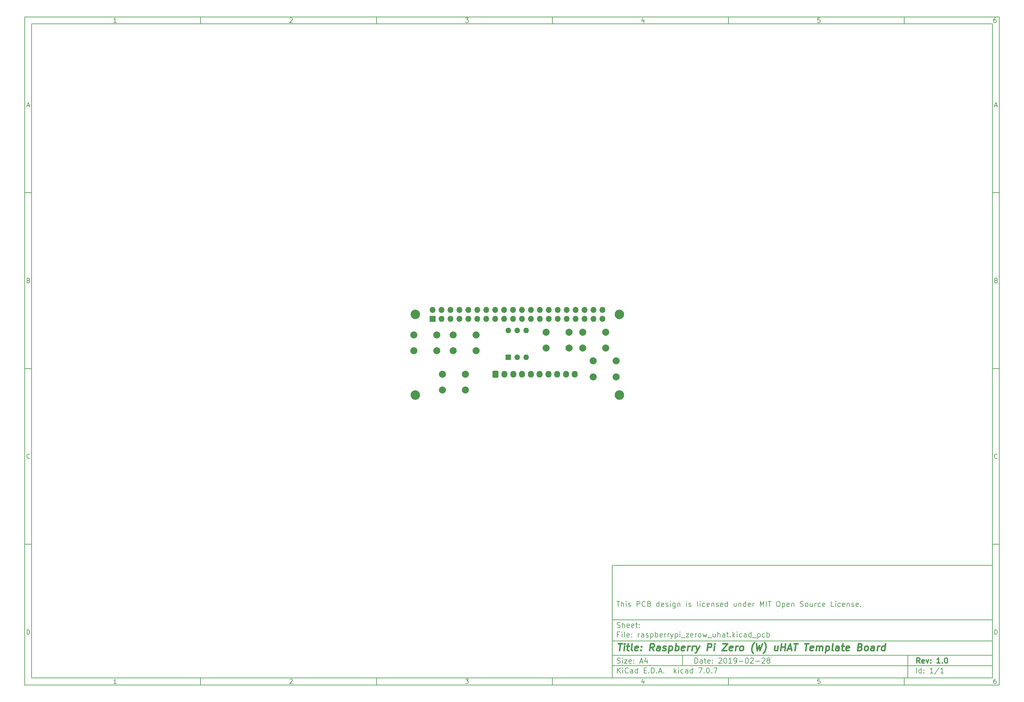
<source format=gbr>
G04 #@! TF.GenerationSoftware,KiCad,Pcbnew,7.0.7*
G04 #@! TF.CreationDate,2024-04-04T13:45:20+09:00*
G04 #@! TF.ProjectId,raspberrypi_zerow_uhat,72617370-6265-4727-9279-70695f7a6572,1.0*
G04 #@! TF.SameCoordinates,Original*
G04 #@! TF.FileFunction,Soldermask,Bot*
G04 #@! TF.FilePolarity,Negative*
%FSLAX46Y46*%
G04 Gerber Fmt 4.6, Leading zero omitted, Abs format (unit mm)*
G04 Created by KiCad (PCBNEW 7.0.7) date 2024-04-04 13:45:20*
%MOMM*%
%LPD*%
G01*
G04 APERTURE LIST*
G04 Aperture macros list*
%AMRoundRect*
0 Rectangle with rounded corners*
0 $1 Rounding radius*
0 $2 $3 $4 $5 $6 $7 $8 $9 X,Y pos of 4 corners*
0 Add a 4 corners polygon primitive as box body*
4,1,4,$2,$3,$4,$5,$6,$7,$8,$9,$2,$3,0*
0 Add four circle primitives for the rounded corners*
1,1,$1+$1,$2,$3*
1,1,$1+$1,$4,$5*
1,1,$1+$1,$6,$7*
1,1,$1+$1,$8,$9*
0 Add four rect primitives between the rounded corners*
20,1,$1+$1,$2,$3,$4,$5,0*
20,1,$1+$1,$4,$5,$6,$7,0*
20,1,$1+$1,$6,$7,$8,$9,0*
20,1,$1+$1,$8,$9,$2,$3,0*%
G04 Aperture macros list end*
%ADD10C,0.100000*%
%ADD11C,0.150000*%
%ADD12C,0.300000*%
%ADD13C,0.400000*%
%ADD14C,2.700000*%
%ADD15C,2.000000*%
%ADD16R,1.600000X1.600000*%
%ADD17O,1.600000X1.600000*%
%ADD18RoundRect,0.250000X-0.600000X-0.725000X0.600000X-0.725000X0.600000X0.725000X-0.600000X0.725000X0*%
%ADD19O,1.700000X1.950000*%
%ADD20R,1.700000X1.700000*%
%ADD21O,1.700000X1.700000*%
G04 APERTURE END LIST*
D10*
D11*
X177002200Y-166007200D02*
X285002200Y-166007200D01*
X285002200Y-198007200D01*
X177002200Y-198007200D01*
X177002200Y-166007200D01*
D10*
D11*
X10000000Y-10000000D02*
X287002200Y-10000000D01*
X287002200Y-200007200D01*
X10000000Y-200007200D01*
X10000000Y-10000000D01*
D10*
D11*
X12000000Y-12000000D02*
X285002200Y-12000000D01*
X285002200Y-198007200D01*
X12000000Y-198007200D01*
X12000000Y-12000000D01*
D10*
D11*
X60000000Y-12000000D02*
X60000000Y-10000000D01*
D10*
D11*
X110000000Y-12000000D02*
X110000000Y-10000000D01*
D10*
D11*
X160000000Y-12000000D02*
X160000000Y-10000000D01*
D10*
D11*
X210000000Y-12000000D02*
X210000000Y-10000000D01*
D10*
D11*
X260000000Y-12000000D02*
X260000000Y-10000000D01*
D10*
D11*
X36089160Y-11593604D02*
X35346303Y-11593604D01*
X35717731Y-11593604D02*
X35717731Y-10293604D01*
X35717731Y-10293604D02*
X35593922Y-10479319D01*
X35593922Y-10479319D02*
X35470112Y-10603128D01*
X35470112Y-10603128D02*
X35346303Y-10665033D01*
D10*
D11*
X85346303Y-10417414D02*
X85408207Y-10355509D01*
X85408207Y-10355509D02*
X85532017Y-10293604D01*
X85532017Y-10293604D02*
X85841541Y-10293604D01*
X85841541Y-10293604D02*
X85965350Y-10355509D01*
X85965350Y-10355509D02*
X86027255Y-10417414D01*
X86027255Y-10417414D02*
X86089160Y-10541223D01*
X86089160Y-10541223D02*
X86089160Y-10665033D01*
X86089160Y-10665033D02*
X86027255Y-10850747D01*
X86027255Y-10850747D02*
X85284398Y-11593604D01*
X85284398Y-11593604D02*
X86089160Y-11593604D01*
D10*
D11*
X135284398Y-10293604D02*
X136089160Y-10293604D01*
X136089160Y-10293604D02*
X135655826Y-10788842D01*
X135655826Y-10788842D02*
X135841541Y-10788842D01*
X135841541Y-10788842D02*
X135965350Y-10850747D01*
X135965350Y-10850747D02*
X136027255Y-10912652D01*
X136027255Y-10912652D02*
X136089160Y-11036461D01*
X136089160Y-11036461D02*
X136089160Y-11345985D01*
X136089160Y-11345985D02*
X136027255Y-11469795D01*
X136027255Y-11469795D02*
X135965350Y-11531700D01*
X135965350Y-11531700D02*
X135841541Y-11593604D01*
X135841541Y-11593604D02*
X135470112Y-11593604D01*
X135470112Y-11593604D02*
X135346303Y-11531700D01*
X135346303Y-11531700D02*
X135284398Y-11469795D01*
D10*
D11*
X185965350Y-10726938D02*
X185965350Y-11593604D01*
X185655826Y-10231700D02*
X185346303Y-11160271D01*
X185346303Y-11160271D02*
X186151064Y-11160271D01*
D10*
D11*
X236027255Y-10293604D02*
X235408207Y-10293604D01*
X235408207Y-10293604D02*
X235346303Y-10912652D01*
X235346303Y-10912652D02*
X235408207Y-10850747D01*
X235408207Y-10850747D02*
X235532017Y-10788842D01*
X235532017Y-10788842D02*
X235841541Y-10788842D01*
X235841541Y-10788842D02*
X235965350Y-10850747D01*
X235965350Y-10850747D02*
X236027255Y-10912652D01*
X236027255Y-10912652D02*
X236089160Y-11036461D01*
X236089160Y-11036461D02*
X236089160Y-11345985D01*
X236089160Y-11345985D02*
X236027255Y-11469795D01*
X236027255Y-11469795D02*
X235965350Y-11531700D01*
X235965350Y-11531700D02*
X235841541Y-11593604D01*
X235841541Y-11593604D02*
X235532017Y-11593604D01*
X235532017Y-11593604D02*
X235408207Y-11531700D01*
X235408207Y-11531700D02*
X235346303Y-11469795D01*
D10*
D11*
X285965350Y-10293604D02*
X285717731Y-10293604D01*
X285717731Y-10293604D02*
X285593922Y-10355509D01*
X285593922Y-10355509D02*
X285532017Y-10417414D01*
X285532017Y-10417414D02*
X285408207Y-10603128D01*
X285408207Y-10603128D02*
X285346303Y-10850747D01*
X285346303Y-10850747D02*
X285346303Y-11345985D01*
X285346303Y-11345985D02*
X285408207Y-11469795D01*
X285408207Y-11469795D02*
X285470112Y-11531700D01*
X285470112Y-11531700D02*
X285593922Y-11593604D01*
X285593922Y-11593604D02*
X285841541Y-11593604D01*
X285841541Y-11593604D02*
X285965350Y-11531700D01*
X285965350Y-11531700D02*
X286027255Y-11469795D01*
X286027255Y-11469795D02*
X286089160Y-11345985D01*
X286089160Y-11345985D02*
X286089160Y-11036461D01*
X286089160Y-11036461D02*
X286027255Y-10912652D01*
X286027255Y-10912652D02*
X285965350Y-10850747D01*
X285965350Y-10850747D02*
X285841541Y-10788842D01*
X285841541Y-10788842D02*
X285593922Y-10788842D01*
X285593922Y-10788842D02*
X285470112Y-10850747D01*
X285470112Y-10850747D02*
X285408207Y-10912652D01*
X285408207Y-10912652D02*
X285346303Y-11036461D01*
D10*
D11*
X60000000Y-198007200D02*
X60000000Y-200007200D01*
D10*
D11*
X110000000Y-198007200D02*
X110000000Y-200007200D01*
D10*
D11*
X160000000Y-198007200D02*
X160000000Y-200007200D01*
D10*
D11*
X210000000Y-198007200D02*
X210000000Y-200007200D01*
D10*
D11*
X260000000Y-198007200D02*
X260000000Y-200007200D01*
D10*
D11*
X36089160Y-199600804D02*
X35346303Y-199600804D01*
X35717731Y-199600804D02*
X35717731Y-198300804D01*
X35717731Y-198300804D02*
X35593922Y-198486519D01*
X35593922Y-198486519D02*
X35470112Y-198610328D01*
X35470112Y-198610328D02*
X35346303Y-198672233D01*
D10*
D11*
X85346303Y-198424614D02*
X85408207Y-198362709D01*
X85408207Y-198362709D02*
X85532017Y-198300804D01*
X85532017Y-198300804D02*
X85841541Y-198300804D01*
X85841541Y-198300804D02*
X85965350Y-198362709D01*
X85965350Y-198362709D02*
X86027255Y-198424614D01*
X86027255Y-198424614D02*
X86089160Y-198548423D01*
X86089160Y-198548423D02*
X86089160Y-198672233D01*
X86089160Y-198672233D02*
X86027255Y-198857947D01*
X86027255Y-198857947D02*
X85284398Y-199600804D01*
X85284398Y-199600804D02*
X86089160Y-199600804D01*
D10*
D11*
X135284398Y-198300804D02*
X136089160Y-198300804D01*
X136089160Y-198300804D02*
X135655826Y-198796042D01*
X135655826Y-198796042D02*
X135841541Y-198796042D01*
X135841541Y-198796042D02*
X135965350Y-198857947D01*
X135965350Y-198857947D02*
X136027255Y-198919852D01*
X136027255Y-198919852D02*
X136089160Y-199043661D01*
X136089160Y-199043661D02*
X136089160Y-199353185D01*
X136089160Y-199353185D02*
X136027255Y-199476995D01*
X136027255Y-199476995D02*
X135965350Y-199538900D01*
X135965350Y-199538900D02*
X135841541Y-199600804D01*
X135841541Y-199600804D02*
X135470112Y-199600804D01*
X135470112Y-199600804D02*
X135346303Y-199538900D01*
X135346303Y-199538900D02*
X135284398Y-199476995D01*
D10*
D11*
X185965350Y-198734138D02*
X185965350Y-199600804D01*
X185655826Y-198238900D02*
X185346303Y-199167471D01*
X185346303Y-199167471D02*
X186151064Y-199167471D01*
D10*
D11*
X236027255Y-198300804D02*
X235408207Y-198300804D01*
X235408207Y-198300804D02*
X235346303Y-198919852D01*
X235346303Y-198919852D02*
X235408207Y-198857947D01*
X235408207Y-198857947D02*
X235532017Y-198796042D01*
X235532017Y-198796042D02*
X235841541Y-198796042D01*
X235841541Y-198796042D02*
X235965350Y-198857947D01*
X235965350Y-198857947D02*
X236027255Y-198919852D01*
X236027255Y-198919852D02*
X236089160Y-199043661D01*
X236089160Y-199043661D02*
X236089160Y-199353185D01*
X236089160Y-199353185D02*
X236027255Y-199476995D01*
X236027255Y-199476995D02*
X235965350Y-199538900D01*
X235965350Y-199538900D02*
X235841541Y-199600804D01*
X235841541Y-199600804D02*
X235532017Y-199600804D01*
X235532017Y-199600804D02*
X235408207Y-199538900D01*
X235408207Y-199538900D02*
X235346303Y-199476995D01*
D10*
D11*
X285965350Y-198300804D02*
X285717731Y-198300804D01*
X285717731Y-198300804D02*
X285593922Y-198362709D01*
X285593922Y-198362709D02*
X285532017Y-198424614D01*
X285532017Y-198424614D02*
X285408207Y-198610328D01*
X285408207Y-198610328D02*
X285346303Y-198857947D01*
X285346303Y-198857947D02*
X285346303Y-199353185D01*
X285346303Y-199353185D02*
X285408207Y-199476995D01*
X285408207Y-199476995D02*
X285470112Y-199538900D01*
X285470112Y-199538900D02*
X285593922Y-199600804D01*
X285593922Y-199600804D02*
X285841541Y-199600804D01*
X285841541Y-199600804D02*
X285965350Y-199538900D01*
X285965350Y-199538900D02*
X286027255Y-199476995D01*
X286027255Y-199476995D02*
X286089160Y-199353185D01*
X286089160Y-199353185D02*
X286089160Y-199043661D01*
X286089160Y-199043661D02*
X286027255Y-198919852D01*
X286027255Y-198919852D02*
X285965350Y-198857947D01*
X285965350Y-198857947D02*
X285841541Y-198796042D01*
X285841541Y-198796042D02*
X285593922Y-198796042D01*
X285593922Y-198796042D02*
X285470112Y-198857947D01*
X285470112Y-198857947D02*
X285408207Y-198919852D01*
X285408207Y-198919852D02*
X285346303Y-199043661D01*
D10*
D11*
X10000000Y-60000000D02*
X12000000Y-60000000D01*
D10*
D11*
X10000000Y-110000000D02*
X12000000Y-110000000D01*
D10*
D11*
X10000000Y-160000000D02*
X12000000Y-160000000D01*
D10*
D11*
X10690476Y-35222176D02*
X11309523Y-35222176D01*
X10566666Y-35593604D02*
X10999999Y-34293604D01*
X10999999Y-34293604D02*
X11433333Y-35593604D01*
D10*
D11*
X11092857Y-84912652D02*
X11278571Y-84974557D01*
X11278571Y-84974557D02*
X11340476Y-85036461D01*
X11340476Y-85036461D02*
X11402380Y-85160271D01*
X11402380Y-85160271D02*
X11402380Y-85345985D01*
X11402380Y-85345985D02*
X11340476Y-85469795D01*
X11340476Y-85469795D02*
X11278571Y-85531700D01*
X11278571Y-85531700D02*
X11154761Y-85593604D01*
X11154761Y-85593604D02*
X10659523Y-85593604D01*
X10659523Y-85593604D02*
X10659523Y-84293604D01*
X10659523Y-84293604D02*
X11092857Y-84293604D01*
X11092857Y-84293604D02*
X11216666Y-84355509D01*
X11216666Y-84355509D02*
X11278571Y-84417414D01*
X11278571Y-84417414D02*
X11340476Y-84541223D01*
X11340476Y-84541223D02*
X11340476Y-84665033D01*
X11340476Y-84665033D02*
X11278571Y-84788842D01*
X11278571Y-84788842D02*
X11216666Y-84850747D01*
X11216666Y-84850747D02*
X11092857Y-84912652D01*
X11092857Y-84912652D02*
X10659523Y-84912652D01*
D10*
D11*
X11402380Y-135469795D02*
X11340476Y-135531700D01*
X11340476Y-135531700D02*
X11154761Y-135593604D01*
X11154761Y-135593604D02*
X11030952Y-135593604D01*
X11030952Y-135593604D02*
X10845238Y-135531700D01*
X10845238Y-135531700D02*
X10721428Y-135407890D01*
X10721428Y-135407890D02*
X10659523Y-135284080D01*
X10659523Y-135284080D02*
X10597619Y-135036461D01*
X10597619Y-135036461D02*
X10597619Y-134850747D01*
X10597619Y-134850747D02*
X10659523Y-134603128D01*
X10659523Y-134603128D02*
X10721428Y-134479319D01*
X10721428Y-134479319D02*
X10845238Y-134355509D01*
X10845238Y-134355509D02*
X11030952Y-134293604D01*
X11030952Y-134293604D02*
X11154761Y-134293604D01*
X11154761Y-134293604D02*
X11340476Y-134355509D01*
X11340476Y-134355509D02*
X11402380Y-134417414D01*
D10*
D11*
X10659523Y-185593604D02*
X10659523Y-184293604D01*
X10659523Y-184293604D02*
X10969047Y-184293604D01*
X10969047Y-184293604D02*
X11154761Y-184355509D01*
X11154761Y-184355509D02*
X11278571Y-184479319D01*
X11278571Y-184479319D02*
X11340476Y-184603128D01*
X11340476Y-184603128D02*
X11402380Y-184850747D01*
X11402380Y-184850747D02*
X11402380Y-185036461D01*
X11402380Y-185036461D02*
X11340476Y-185284080D01*
X11340476Y-185284080D02*
X11278571Y-185407890D01*
X11278571Y-185407890D02*
X11154761Y-185531700D01*
X11154761Y-185531700D02*
X10969047Y-185593604D01*
X10969047Y-185593604D02*
X10659523Y-185593604D01*
D10*
D11*
X287002200Y-60000000D02*
X285002200Y-60000000D01*
D10*
D11*
X287002200Y-110000000D02*
X285002200Y-110000000D01*
D10*
D11*
X287002200Y-160000000D02*
X285002200Y-160000000D01*
D10*
D11*
X285692676Y-35222176D02*
X286311723Y-35222176D01*
X285568866Y-35593604D02*
X286002199Y-34293604D01*
X286002199Y-34293604D02*
X286435533Y-35593604D01*
D10*
D11*
X286095057Y-84912652D02*
X286280771Y-84974557D01*
X286280771Y-84974557D02*
X286342676Y-85036461D01*
X286342676Y-85036461D02*
X286404580Y-85160271D01*
X286404580Y-85160271D02*
X286404580Y-85345985D01*
X286404580Y-85345985D02*
X286342676Y-85469795D01*
X286342676Y-85469795D02*
X286280771Y-85531700D01*
X286280771Y-85531700D02*
X286156961Y-85593604D01*
X286156961Y-85593604D02*
X285661723Y-85593604D01*
X285661723Y-85593604D02*
X285661723Y-84293604D01*
X285661723Y-84293604D02*
X286095057Y-84293604D01*
X286095057Y-84293604D02*
X286218866Y-84355509D01*
X286218866Y-84355509D02*
X286280771Y-84417414D01*
X286280771Y-84417414D02*
X286342676Y-84541223D01*
X286342676Y-84541223D02*
X286342676Y-84665033D01*
X286342676Y-84665033D02*
X286280771Y-84788842D01*
X286280771Y-84788842D02*
X286218866Y-84850747D01*
X286218866Y-84850747D02*
X286095057Y-84912652D01*
X286095057Y-84912652D02*
X285661723Y-84912652D01*
D10*
D11*
X286404580Y-135469795D02*
X286342676Y-135531700D01*
X286342676Y-135531700D02*
X286156961Y-135593604D01*
X286156961Y-135593604D02*
X286033152Y-135593604D01*
X286033152Y-135593604D02*
X285847438Y-135531700D01*
X285847438Y-135531700D02*
X285723628Y-135407890D01*
X285723628Y-135407890D02*
X285661723Y-135284080D01*
X285661723Y-135284080D02*
X285599819Y-135036461D01*
X285599819Y-135036461D02*
X285599819Y-134850747D01*
X285599819Y-134850747D02*
X285661723Y-134603128D01*
X285661723Y-134603128D02*
X285723628Y-134479319D01*
X285723628Y-134479319D02*
X285847438Y-134355509D01*
X285847438Y-134355509D02*
X286033152Y-134293604D01*
X286033152Y-134293604D02*
X286156961Y-134293604D01*
X286156961Y-134293604D02*
X286342676Y-134355509D01*
X286342676Y-134355509D02*
X286404580Y-134417414D01*
D10*
D11*
X285661723Y-185593604D02*
X285661723Y-184293604D01*
X285661723Y-184293604D02*
X285971247Y-184293604D01*
X285971247Y-184293604D02*
X286156961Y-184355509D01*
X286156961Y-184355509D02*
X286280771Y-184479319D01*
X286280771Y-184479319D02*
X286342676Y-184603128D01*
X286342676Y-184603128D02*
X286404580Y-184850747D01*
X286404580Y-184850747D02*
X286404580Y-185036461D01*
X286404580Y-185036461D02*
X286342676Y-185284080D01*
X286342676Y-185284080D02*
X286280771Y-185407890D01*
X286280771Y-185407890D02*
X286156961Y-185531700D01*
X286156961Y-185531700D02*
X285971247Y-185593604D01*
X285971247Y-185593604D02*
X285661723Y-185593604D01*
D10*
D11*
X200458026Y-193793328D02*
X200458026Y-192293328D01*
X200458026Y-192293328D02*
X200815169Y-192293328D01*
X200815169Y-192293328D02*
X201029455Y-192364757D01*
X201029455Y-192364757D02*
X201172312Y-192507614D01*
X201172312Y-192507614D02*
X201243741Y-192650471D01*
X201243741Y-192650471D02*
X201315169Y-192936185D01*
X201315169Y-192936185D02*
X201315169Y-193150471D01*
X201315169Y-193150471D02*
X201243741Y-193436185D01*
X201243741Y-193436185D02*
X201172312Y-193579042D01*
X201172312Y-193579042D02*
X201029455Y-193721900D01*
X201029455Y-193721900D02*
X200815169Y-193793328D01*
X200815169Y-193793328D02*
X200458026Y-193793328D01*
X202600884Y-193793328D02*
X202600884Y-193007614D01*
X202600884Y-193007614D02*
X202529455Y-192864757D01*
X202529455Y-192864757D02*
X202386598Y-192793328D01*
X202386598Y-192793328D02*
X202100884Y-192793328D01*
X202100884Y-192793328D02*
X201958026Y-192864757D01*
X202600884Y-193721900D02*
X202458026Y-193793328D01*
X202458026Y-193793328D02*
X202100884Y-193793328D01*
X202100884Y-193793328D02*
X201958026Y-193721900D01*
X201958026Y-193721900D02*
X201886598Y-193579042D01*
X201886598Y-193579042D02*
X201886598Y-193436185D01*
X201886598Y-193436185D02*
X201958026Y-193293328D01*
X201958026Y-193293328D02*
X202100884Y-193221900D01*
X202100884Y-193221900D02*
X202458026Y-193221900D01*
X202458026Y-193221900D02*
X202600884Y-193150471D01*
X203100884Y-192793328D02*
X203672312Y-192793328D01*
X203315169Y-192293328D02*
X203315169Y-193579042D01*
X203315169Y-193579042D02*
X203386598Y-193721900D01*
X203386598Y-193721900D02*
X203529455Y-193793328D01*
X203529455Y-193793328D02*
X203672312Y-193793328D01*
X204743741Y-193721900D02*
X204600884Y-193793328D01*
X204600884Y-193793328D02*
X204315170Y-193793328D01*
X204315170Y-193793328D02*
X204172312Y-193721900D01*
X204172312Y-193721900D02*
X204100884Y-193579042D01*
X204100884Y-193579042D02*
X204100884Y-193007614D01*
X204100884Y-193007614D02*
X204172312Y-192864757D01*
X204172312Y-192864757D02*
X204315170Y-192793328D01*
X204315170Y-192793328D02*
X204600884Y-192793328D01*
X204600884Y-192793328D02*
X204743741Y-192864757D01*
X204743741Y-192864757D02*
X204815170Y-193007614D01*
X204815170Y-193007614D02*
X204815170Y-193150471D01*
X204815170Y-193150471D02*
X204100884Y-193293328D01*
X205458026Y-193650471D02*
X205529455Y-193721900D01*
X205529455Y-193721900D02*
X205458026Y-193793328D01*
X205458026Y-193793328D02*
X205386598Y-193721900D01*
X205386598Y-193721900D02*
X205458026Y-193650471D01*
X205458026Y-193650471D02*
X205458026Y-193793328D01*
X205458026Y-192864757D02*
X205529455Y-192936185D01*
X205529455Y-192936185D02*
X205458026Y-193007614D01*
X205458026Y-193007614D02*
X205386598Y-192936185D01*
X205386598Y-192936185D02*
X205458026Y-192864757D01*
X205458026Y-192864757D02*
X205458026Y-193007614D01*
X207243741Y-192436185D02*
X207315169Y-192364757D01*
X207315169Y-192364757D02*
X207458027Y-192293328D01*
X207458027Y-192293328D02*
X207815169Y-192293328D01*
X207815169Y-192293328D02*
X207958027Y-192364757D01*
X207958027Y-192364757D02*
X208029455Y-192436185D01*
X208029455Y-192436185D02*
X208100884Y-192579042D01*
X208100884Y-192579042D02*
X208100884Y-192721900D01*
X208100884Y-192721900D02*
X208029455Y-192936185D01*
X208029455Y-192936185D02*
X207172312Y-193793328D01*
X207172312Y-193793328D02*
X208100884Y-193793328D01*
X209029455Y-192293328D02*
X209172312Y-192293328D01*
X209172312Y-192293328D02*
X209315169Y-192364757D01*
X209315169Y-192364757D02*
X209386598Y-192436185D01*
X209386598Y-192436185D02*
X209458026Y-192579042D01*
X209458026Y-192579042D02*
X209529455Y-192864757D01*
X209529455Y-192864757D02*
X209529455Y-193221900D01*
X209529455Y-193221900D02*
X209458026Y-193507614D01*
X209458026Y-193507614D02*
X209386598Y-193650471D01*
X209386598Y-193650471D02*
X209315169Y-193721900D01*
X209315169Y-193721900D02*
X209172312Y-193793328D01*
X209172312Y-193793328D02*
X209029455Y-193793328D01*
X209029455Y-193793328D02*
X208886598Y-193721900D01*
X208886598Y-193721900D02*
X208815169Y-193650471D01*
X208815169Y-193650471D02*
X208743740Y-193507614D01*
X208743740Y-193507614D02*
X208672312Y-193221900D01*
X208672312Y-193221900D02*
X208672312Y-192864757D01*
X208672312Y-192864757D02*
X208743740Y-192579042D01*
X208743740Y-192579042D02*
X208815169Y-192436185D01*
X208815169Y-192436185D02*
X208886598Y-192364757D01*
X208886598Y-192364757D02*
X209029455Y-192293328D01*
X210958026Y-193793328D02*
X210100883Y-193793328D01*
X210529454Y-193793328D02*
X210529454Y-192293328D01*
X210529454Y-192293328D02*
X210386597Y-192507614D01*
X210386597Y-192507614D02*
X210243740Y-192650471D01*
X210243740Y-192650471D02*
X210100883Y-192721900D01*
X211672311Y-193793328D02*
X211958025Y-193793328D01*
X211958025Y-193793328D02*
X212100882Y-193721900D01*
X212100882Y-193721900D02*
X212172311Y-193650471D01*
X212172311Y-193650471D02*
X212315168Y-193436185D01*
X212315168Y-193436185D02*
X212386597Y-193150471D01*
X212386597Y-193150471D02*
X212386597Y-192579042D01*
X212386597Y-192579042D02*
X212315168Y-192436185D01*
X212315168Y-192436185D02*
X212243740Y-192364757D01*
X212243740Y-192364757D02*
X212100882Y-192293328D01*
X212100882Y-192293328D02*
X211815168Y-192293328D01*
X211815168Y-192293328D02*
X211672311Y-192364757D01*
X211672311Y-192364757D02*
X211600882Y-192436185D01*
X211600882Y-192436185D02*
X211529454Y-192579042D01*
X211529454Y-192579042D02*
X211529454Y-192936185D01*
X211529454Y-192936185D02*
X211600882Y-193079042D01*
X211600882Y-193079042D02*
X211672311Y-193150471D01*
X211672311Y-193150471D02*
X211815168Y-193221900D01*
X211815168Y-193221900D02*
X212100882Y-193221900D01*
X212100882Y-193221900D02*
X212243740Y-193150471D01*
X212243740Y-193150471D02*
X212315168Y-193079042D01*
X212315168Y-193079042D02*
X212386597Y-192936185D01*
X213029453Y-193221900D02*
X214172311Y-193221900D01*
X215172311Y-192293328D02*
X215315168Y-192293328D01*
X215315168Y-192293328D02*
X215458025Y-192364757D01*
X215458025Y-192364757D02*
X215529454Y-192436185D01*
X215529454Y-192436185D02*
X215600882Y-192579042D01*
X215600882Y-192579042D02*
X215672311Y-192864757D01*
X215672311Y-192864757D02*
X215672311Y-193221900D01*
X215672311Y-193221900D02*
X215600882Y-193507614D01*
X215600882Y-193507614D02*
X215529454Y-193650471D01*
X215529454Y-193650471D02*
X215458025Y-193721900D01*
X215458025Y-193721900D02*
X215315168Y-193793328D01*
X215315168Y-193793328D02*
X215172311Y-193793328D01*
X215172311Y-193793328D02*
X215029454Y-193721900D01*
X215029454Y-193721900D02*
X214958025Y-193650471D01*
X214958025Y-193650471D02*
X214886596Y-193507614D01*
X214886596Y-193507614D02*
X214815168Y-193221900D01*
X214815168Y-193221900D02*
X214815168Y-192864757D01*
X214815168Y-192864757D02*
X214886596Y-192579042D01*
X214886596Y-192579042D02*
X214958025Y-192436185D01*
X214958025Y-192436185D02*
X215029454Y-192364757D01*
X215029454Y-192364757D02*
X215172311Y-192293328D01*
X216243739Y-192436185D02*
X216315167Y-192364757D01*
X216315167Y-192364757D02*
X216458025Y-192293328D01*
X216458025Y-192293328D02*
X216815167Y-192293328D01*
X216815167Y-192293328D02*
X216958025Y-192364757D01*
X216958025Y-192364757D02*
X217029453Y-192436185D01*
X217029453Y-192436185D02*
X217100882Y-192579042D01*
X217100882Y-192579042D02*
X217100882Y-192721900D01*
X217100882Y-192721900D02*
X217029453Y-192936185D01*
X217029453Y-192936185D02*
X216172310Y-193793328D01*
X216172310Y-193793328D02*
X217100882Y-193793328D01*
X217743738Y-193221900D02*
X218886596Y-193221900D01*
X219529453Y-192436185D02*
X219600881Y-192364757D01*
X219600881Y-192364757D02*
X219743739Y-192293328D01*
X219743739Y-192293328D02*
X220100881Y-192293328D01*
X220100881Y-192293328D02*
X220243739Y-192364757D01*
X220243739Y-192364757D02*
X220315167Y-192436185D01*
X220315167Y-192436185D02*
X220386596Y-192579042D01*
X220386596Y-192579042D02*
X220386596Y-192721900D01*
X220386596Y-192721900D02*
X220315167Y-192936185D01*
X220315167Y-192936185D02*
X219458024Y-193793328D01*
X219458024Y-193793328D02*
X220386596Y-193793328D01*
X221243738Y-192936185D02*
X221100881Y-192864757D01*
X221100881Y-192864757D02*
X221029452Y-192793328D01*
X221029452Y-192793328D02*
X220958024Y-192650471D01*
X220958024Y-192650471D02*
X220958024Y-192579042D01*
X220958024Y-192579042D02*
X221029452Y-192436185D01*
X221029452Y-192436185D02*
X221100881Y-192364757D01*
X221100881Y-192364757D02*
X221243738Y-192293328D01*
X221243738Y-192293328D02*
X221529452Y-192293328D01*
X221529452Y-192293328D02*
X221672310Y-192364757D01*
X221672310Y-192364757D02*
X221743738Y-192436185D01*
X221743738Y-192436185D02*
X221815167Y-192579042D01*
X221815167Y-192579042D02*
X221815167Y-192650471D01*
X221815167Y-192650471D02*
X221743738Y-192793328D01*
X221743738Y-192793328D02*
X221672310Y-192864757D01*
X221672310Y-192864757D02*
X221529452Y-192936185D01*
X221529452Y-192936185D02*
X221243738Y-192936185D01*
X221243738Y-192936185D02*
X221100881Y-193007614D01*
X221100881Y-193007614D02*
X221029452Y-193079042D01*
X221029452Y-193079042D02*
X220958024Y-193221900D01*
X220958024Y-193221900D02*
X220958024Y-193507614D01*
X220958024Y-193507614D02*
X221029452Y-193650471D01*
X221029452Y-193650471D02*
X221100881Y-193721900D01*
X221100881Y-193721900D02*
X221243738Y-193793328D01*
X221243738Y-193793328D02*
X221529452Y-193793328D01*
X221529452Y-193793328D02*
X221672310Y-193721900D01*
X221672310Y-193721900D02*
X221743738Y-193650471D01*
X221743738Y-193650471D02*
X221815167Y-193507614D01*
X221815167Y-193507614D02*
X221815167Y-193221900D01*
X221815167Y-193221900D02*
X221743738Y-193079042D01*
X221743738Y-193079042D02*
X221672310Y-193007614D01*
X221672310Y-193007614D02*
X221529452Y-192936185D01*
D10*
D11*
X177002200Y-194507200D02*
X285002200Y-194507200D01*
D10*
D11*
X178458026Y-196593328D02*
X178458026Y-195093328D01*
X179315169Y-196593328D02*
X178672312Y-195736185D01*
X179315169Y-195093328D02*
X178458026Y-195950471D01*
X179958026Y-196593328D02*
X179958026Y-195593328D01*
X179958026Y-195093328D02*
X179886598Y-195164757D01*
X179886598Y-195164757D02*
X179958026Y-195236185D01*
X179958026Y-195236185D02*
X180029455Y-195164757D01*
X180029455Y-195164757D02*
X179958026Y-195093328D01*
X179958026Y-195093328D02*
X179958026Y-195236185D01*
X181529455Y-196450471D02*
X181458027Y-196521900D01*
X181458027Y-196521900D02*
X181243741Y-196593328D01*
X181243741Y-196593328D02*
X181100884Y-196593328D01*
X181100884Y-196593328D02*
X180886598Y-196521900D01*
X180886598Y-196521900D02*
X180743741Y-196379042D01*
X180743741Y-196379042D02*
X180672312Y-196236185D01*
X180672312Y-196236185D02*
X180600884Y-195950471D01*
X180600884Y-195950471D02*
X180600884Y-195736185D01*
X180600884Y-195736185D02*
X180672312Y-195450471D01*
X180672312Y-195450471D02*
X180743741Y-195307614D01*
X180743741Y-195307614D02*
X180886598Y-195164757D01*
X180886598Y-195164757D02*
X181100884Y-195093328D01*
X181100884Y-195093328D02*
X181243741Y-195093328D01*
X181243741Y-195093328D02*
X181458027Y-195164757D01*
X181458027Y-195164757D02*
X181529455Y-195236185D01*
X182815170Y-196593328D02*
X182815170Y-195807614D01*
X182815170Y-195807614D02*
X182743741Y-195664757D01*
X182743741Y-195664757D02*
X182600884Y-195593328D01*
X182600884Y-195593328D02*
X182315170Y-195593328D01*
X182315170Y-195593328D02*
X182172312Y-195664757D01*
X182815170Y-196521900D02*
X182672312Y-196593328D01*
X182672312Y-196593328D02*
X182315170Y-196593328D01*
X182315170Y-196593328D02*
X182172312Y-196521900D01*
X182172312Y-196521900D02*
X182100884Y-196379042D01*
X182100884Y-196379042D02*
X182100884Y-196236185D01*
X182100884Y-196236185D02*
X182172312Y-196093328D01*
X182172312Y-196093328D02*
X182315170Y-196021900D01*
X182315170Y-196021900D02*
X182672312Y-196021900D01*
X182672312Y-196021900D02*
X182815170Y-195950471D01*
X184172313Y-196593328D02*
X184172313Y-195093328D01*
X184172313Y-196521900D02*
X184029455Y-196593328D01*
X184029455Y-196593328D02*
X183743741Y-196593328D01*
X183743741Y-196593328D02*
X183600884Y-196521900D01*
X183600884Y-196521900D02*
X183529455Y-196450471D01*
X183529455Y-196450471D02*
X183458027Y-196307614D01*
X183458027Y-196307614D02*
X183458027Y-195879042D01*
X183458027Y-195879042D02*
X183529455Y-195736185D01*
X183529455Y-195736185D02*
X183600884Y-195664757D01*
X183600884Y-195664757D02*
X183743741Y-195593328D01*
X183743741Y-195593328D02*
X184029455Y-195593328D01*
X184029455Y-195593328D02*
X184172313Y-195664757D01*
X186029455Y-195807614D02*
X186529455Y-195807614D01*
X186743741Y-196593328D02*
X186029455Y-196593328D01*
X186029455Y-196593328D02*
X186029455Y-195093328D01*
X186029455Y-195093328D02*
X186743741Y-195093328D01*
X187386598Y-196450471D02*
X187458027Y-196521900D01*
X187458027Y-196521900D02*
X187386598Y-196593328D01*
X187386598Y-196593328D02*
X187315170Y-196521900D01*
X187315170Y-196521900D02*
X187386598Y-196450471D01*
X187386598Y-196450471D02*
X187386598Y-196593328D01*
X188100884Y-196593328D02*
X188100884Y-195093328D01*
X188100884Y-195093328D02*
X188458027Y-195093328D01*
X188458027Y-195093328D02*
X188672313Y-195164757D01*
X188672313Y-195164757D02*
X188815170Y-195307614D01*
X188815170Y-195307614D02*
X188886599Y-195450471D01*
X188886599Y-195450471D02*
X188958027Y-195736185D01*
X188958027Y-195736185D02*
X188958027Y-195950471D01*
X188958027Y-195950471D02*
X188886599Y-196236185D01*
X188886599Y-196236185D02*
X188815170Y-196379042D01*
X188815170Y-196379042D02*
X188672313Y-196521900D01*
X188672313Y-196521900D02*
X188458027Y-196593328D01*
X188458027Y-196593328D02*
X188100884Y-196593328D01*
X189600884Y-196450471D02*
X189672313Y-196521900D01*
X189672313Y-196521900D02*
X189600884Y-196593328D01*
X189600884Y-196593328D02*
X189529456Y-196521900D01*
X189529456Y-196521900D02*
X189600884Y-196450471D01*
X189600884Y-196450471D02*
X189600884Y-196593328D01*
X190243742Y-196164757D02*
X190958028Y-196164757D01*
X190100885Y-196593328D02*
X190600885Y-195093328D01*
X190600885Y-195093328D02*
X191100885Y-196593328D01*
X191600884Y-196450471D02*
X191672313Y-196521900D01*
X191672313Y-196521900D02*
X191600884Y-196593328D01*
X191600884Y-196593328D02*
X191529456Y-196521900D01*
X191529456Y-196521900D02*
X191600884Y-196450471D01*
X191600884Y-196450471D02*
X191600884Y-196593328D01*
X194600884Y-196593328D02*
X194600884Y-195093328D01*
X194743742Y-196021900D02*
X195172313Y-196593328D01*
X195172313Y-195593328D02*
X194600884Y-196164757D01*
X195815170Y-196593328D02*
X195815170Y-195593328D01*
X195815170Y-195093328D02*
X195743742Y-195164757D01*
X195743742Y-195164757D02*
X195815170Y-195236185D01*
X195815170Y-195236185D02*
X195886599Y-195164757D01*
X195886599Y-195164757D02*
X195815170Y-195093328D01*
X195815170Y-195093328D02*
X195815170Y-195236185D01*
X197172314Y-196521900D02*
X197029456Y-196593328D01*
X197029456Y-196593328D02*
X196743742Y-196593328D01*
X196743742Y-196593328D02*
X196600885Y-196521900D01*
X196600885Y-196521900D02*
X196529456Y-196450471D01*
X196529456Y-196450471D02*
X196458028Y-196307614D01*
X196458028Y-196307614D02*
X196458028Y-195879042D01*
X196458028Y-195879042D02*
X196529456Y-195736185D01*
X196529456Y-195736185D02*
X196600885Y-195664757D01*
X196600885Y-195664757D02*
X196743742Y-195593328D01*
X196743742Y-195593328D02*
X197029456Y-195593328D01*
X197029456Y-195593328D02*
X197172314Y-195664757D01*
X198458028Y-196593328D02*
X198458028Y-195807614D01*
X198458028Y-195807614D02*
X198386599Y-195664757D01*
X198386599Y-195664757D02*
X198243742Y-195593328D01*
X198243742Y-195593328D02*
X197958028Y-195593328D01*
X197958028Y-195593328D02*
X197815170Y-195664757D01*
X198458028Y-196521900D02*
X198315170Y-196593328D01*
X198315170Y-196593328D02*
X197958028Y-196593328D01*
X197958028Y-196593328D02*
X197815170Y-196521900D01*
X197815170Y-196521900D02*
X197743742Y-196379042D01*
X197743742Y-196379042D02*
X197743742Y-196236185D01*
X197743742Y-196236185D02*
X197815170Y-196093328D01*
X197815170Y-196093328D02*
X197958028Y-196021900D01*
X197958028Y-196021900D02*
X198315170Y-196021900D01*
X198315170Y-196021900D02*
X198458028Y-195950471D01*
X199815171Y-196593328D02*
X199815171Y-195093328D01*
X199815171Y-196521900D02*
X199672313Y-196593328D01*
X199672313Y-196593328D02*
X199386599Y-196593328D01*
X199386599Y-196593328D02*
X199243742Y-196521900D01*
X199243742Y-196521900D02*
X199172313Y-196450471D01*
X199172313Y-196450471D02*
X199100885Y-196307614D01*
X199100885Y-196307614D02*
X199100885Y-195879042D01*
X199100885Y-195879042D02*
X199172313Y-195736185D01*
X199172313Y-195736185D02*
X199243742Y-195664757D01*
X199243742Y-195664757D02*
X199386599Y-195593328D01*
X199386599Y-195593328D02*
X199672313Y-195593328D01*
X199672313Y-195593328D02*
X199815171Y-195664757D01*
X201529456Y-195093328D02*
X202529456Y-195093328D01*
X202529456Y-195093328D02*
X201886599Y-196593328D01*
X203100884Y-196450471D02*
X203172313Y-196521900D01*
X203172313Y-196521900D02*
X203100884Y-196593328D01*
X203100884Y-196593328D02*
X203029456Y-196521900D01*
X203029456Y-196521900D02*
X203100884Y-196450471D01*
X203100884Y-196450471D02*
X203100884Y-196593328D01*
X204100885Y-195093328D02*
X204243742Y-195093328D01*
X204243742Y-195093328D02*
X204386599Y-195164757D01*
X204386599Y-195164757D02*
X204458028Y-195236185D01*
X204458028Y-195236185D02*
X204529456Y-195379042D01*
X204529456Y-195379042D02*
X204600885Y-195664757D01*
X204600885Y-195664757D02*
X204600885Y-196021900D01*
X204600885Y-196021900D02*
X204529456Y-196307614D01*
X204529456Y-196307614D02*
X204458028Y-196450471D01*
X204458028Y-196450471D02*
X204386599Y-196521900D01*
X204386599Y-196521900D02*
X204243742Y-196593328D01*
X204243742Y-196593328D02*
X204100885Y-196593328D01*
X204100885Y-196593328D02*
X203958028Y-196521900D01*
X203958028Y-196521900D02*
X203886599Y-196450471D01*
X203886599Y-196450471D02*
X203815170Y-196307614D01*
X203815170Y-196307614D02*
X203743742Y-196021900D01*
X203743742Y-196021900D02*
X203743742Y-195664757D01*
X203743742Y-195664757D02*
X203815170Y-195379042D01*
X203815170Y-195379042D02*
X203886599Y-195236185D01*
X203886599Y-195236185D02*
X203958028Y-195164757D01*
X203958028Y-195164757D02*
X204100885Y-195093328D01*
X205243741Y-196450471D02*
X205315170Y-196521900D01*
X205315170Y-196521900D02*
X205243741Y-196593328D01*
X205243741Y-196593328D02*
X205172313Y-196521900D01*
X205172313Y-196521900D02*
X205243741Y-196450471D01*
X205243741Y-196450471D02*
X205243741Y-196593328D01*
X205815170Y-195093328D02*
X206815170Y-195093328D01*
X206815170Y-195093328D02*
X206172313Y-196593328D01*
D10*
D11*
X177002200Y-191507200D02*
X285002200Y-191507200D01*
D10*
D12*
X264413853Y-193785528D02*
X263913853Y-193071242D01*
X263556710Y-193785528D02*
X263556710Y-192285528D01*
X263556710Y-192285528D02*
X264128139Y-192285528D01*
X264128139Y-192285528D02*
X264270996Y-192356957D01*
X264270996Y-192356957D02*
X264342425Y-192428385D01*
X264342425Y-192428385D02*
X264413853Y-192571242D01*
X264413853Y-192571242D02*
X264413853Y-192785528D01*
X264413853Y-192785528D02*
X264342425Y-192928385D01*
X264342425Y-192928385D02*
X264270996Y-192999814D01*
X264270996Y-192999814D02*
X264128139Y-193071242D01*
X264128139Y-193071242D02*
X263556710Y-193071242D01*
X265628139Y-193714100D02*
X265485282Y-193785528D01*
X265485282Y-193785528D02*
X265199568Y-193785528D01*
X265199568Y-193785528D02*
X265056710Y-193714100D01*
X265056710Y-193714100D02*
X264985282Y-193571242D01*
X264985282Y-193571242D02*
X264985282Y-192999814D01*
X264985282Y-192999814D02*
X265056710Y-192856957D01*
X265056710Y-192856957D02*
X265199568Y-192785528D01*
X265199568Y-192785528D02*
X265485282Y-192785528D01*
X265485282Y-192785528D02*
X265628139Y-192856957D01*
X265628139Y-192856957D02*
X265699568Y-192999814D01*
X265699568Y-192999814D02*
X265699568Y-193142671D01*
X265699568Y-193142671D02*
X264985282Y-193285528D01*
X266199567Y-192785528D02*
X266556710Y-193785528D01*
X266556710Y-193785528D02*
X266913853Y-192785528D01*
X267485281Y-193642671D02*
X267556710Y-193714100D01*
X267556710Y-193714100D02*
X267485281Y-193785528D01*
X267485281Y-193785528D02*
X267413853Y-193714100D01*
X267413853Y-193714100D02*
X267485281Y-193642671D01*
X267485281Y-193642671D02*
X267485281Y-193785528D01*
X267485281Y-192856957D02*
X267556710Y-192928385D01*
X267556710Y-192928385D02*
X267485281Y-192999814D01*
X267485281Y-192999814D02*
X267413853Y-192928385D01*
X267413853Y-192928385D02*
X267485281Y-192856957D01*
X267485281Y-192856957D02*
X267485281Y-192999814D01*
X270128139Y-193785528D02*
X269270996Y-193785528D01*
X269699567Y-193785528D02*
X269699567Y-192285528D01*
X269699567Y-192285528D02*
X269556710Y-192499814D01*
X269556710Y-192499814D02*
X269413853Y-192642671D01*
X269413853Y-192642671D02*
X269270996Y-192714100D01*
X270770995Y-193642671D02*
X270842424Y-193714100D01*
X270842424Y-193714100D02*
X270770995Y-193785528D01*
X270770995Y-193785528D02*
X270699567Y-193714100D01*
X270699567Y-193714100D02*
X270770995Y-193642671D01*
X270770995Y-193642671D02*
X270770995Y-193785528D01*
X271770996Y-192285528D02*
X271913853Y-192285528D01*
X271913853Y-192285528D02*
X272056710Y-192356957D01*
X272056710Y-192356957D02*
X272128139Y-192428385D01*
X272128139Y-192428385D02*
X272199567Y-192571242D01*
X272199567Y-192571242D02*
X272270996Y-192856957D01*
X272270996Y-192856957D02*
X272270996Y-193214100D01*
X272270996Y-193214100D02*
X272199567Y-193499814D01*
X272199567Y-193499814D02*
X272128139Y-193642671D01*
X272128139Y-193642671D02*
X272056710Y-193714100D01*
X272056710Y-193714100D02*
X271913853Y-193785528D01*
X271913853Y-193785528D02*
X271770996Y-193785528D01*
X271770996Y-193785528D02*
X271628139Y-193714100D01*
X271628139Y-193714100D02*
X271556710Y-193642671D01*
X271556710Y-193642671D02*
X271485281Y-193499814D01*
X271485281Y-193499814D02*
X271413853Y-193214100D01*
X271413853Y-193214100D02*
X271413853Y-192856957D01*
X271413853Y-192856957D02*
X271485281Y-192571242D01*
X271485281Y-192571242D02*
X271556710Y-192428385D01*
X271556710Y-192428385D02*
X271628139Y-192356957D01*
X271628139Y-192356957D02*
X271770996Y-192285528D01*
D10*
D11*
X178386598Y-193721900D02*
X178600884Y-193793328D01*
X178600884Y-193793328D02*
X178958026Y-193793328D01*
X178958026Y-193793328D02*
X179100884Y-193721900D01*
X179100884Y-193721900D02*
X179172312Y-193650471D01*
X179172312Y-193650471D02*
X179243741Y-193507614D01*
X179243741Y-193507614D02*
X179243741Y-193364757D01*
X179243741Y-193364757D02*
X179172312Y-193221900D01*
X179172312Y-193221900D02*
X179100884Y-193150471D01*
X179100884Y-193150471D02*
X178958026Y-193079042D01*
X178958026Y-193079042D02*
X178672312Y-193007614D01*
X178672312Y-193007614D02*
X178529455Y-192936185D01*
X178529455Y-192936185D02*
X178458026Y-192864757D01*
X178458026Y-192864757D02*
X178386598Y-192721900D01*
X178386598Y-192721900D02*
X178386598Y-192579042D01*
X178386598Y-192579042D02*
X178458026Y-192436185D01*
X178458026Y-192436185D02*
X178529455Y-192364757D01*
X178529455Y-192364757D02*
X178672312Y-192293328D01*
X178672312Y-192293328D02*
X179029455Y-192293328D01*
X179029455Y-192293328D02*
X179243741Y-192364757D01*
X179886597Y-193793328D02*
X179886597Y-192793328D01*
X179886597Y-192293328D02*
X179815169Y-192364757D01*
X179815169Y-192364757D02*
X179886597Y-192436185D01*
X179886597Y-192436185D02*
X179958026Y-192364757D01*
X179958026Y-192364757D02*
X179886597Y-192293328D01*
X179886597Y-192293328D02*
X179886597Y-192436185D01*
X180458026Y-192793328D02*
X181243741Y-192793328D01*
X181243741Y-192793328D02*
X180458026Y-193793328D01*
X180458026Y-193793328D02*
X181243741Y-193793328D01*
X182386598Y-193721900D02*
X182243741Y-193793328D01*
X182243741Y-193793328D02*
X181958027Y-193793328D01*
X181958027Y-193793328D02*
X181815169Y-193721900D01*
X181815169Y-193721900D02*
X181743741Y-193579042D01*
X181743741Y-193579042D02*
X181743741Y-193007614D01*
X181743741Y-193007614D02*
X181815169Y-192864757D01*
X181815169Y-192864757D02*
X181958027Y-192793328D01*
X181958027Y-192793328D02*
X182243741Y-192793328D01*
X182243741Y-192793328D02*
X182386598Y-192864757D01*
X182386598Y-192864757D02*
X182458027Y-193007614D01*
X182458027Y-193007614D02*
X182458027Y-193150471D01*
X182458027Y-193150471D02*
X181743741Y-193293328D01*
X183100883Y-193650471D02*
X183172312Y-193721900D01*
X183172312Y-193721900D02*
X183100883Y-193793328D01*
X183100883Y-193793328D02*
X183029455Y-193721900D01*
X183029455Y-193721900D02*
X183100883Y-193650471D01*
X183100883Y-193650471D02*
X183100883Y-193793328D01*
X183100883Y-192864757D02*
X183172312Y-192936185D01*
X183172312Y-192936185D02*
X183100883Y-193007614D01*
X183100883Y-193007614D02*
X183029455Y-192936185D01*
X183029455Y-192936185D02*
X183100883Y-192864757D01*
X183100883Y-192864757D02*
X183100883Y-193007614D01*
X184886598Y-193364757D02*
X185600884Y-193364757D01*
X184743741Y-193793328D02*
X185243741Y-192293328D01*
X185243741Y-192293328D02*
X185743741Y-193793328D01*
X186886598Y-192793328D02*
X186886598Y-193793328D01*
X186529455Y-192221900D02*
X186172312Y-193293328D01*
X186172312Y-193293328D02*
X187100883Y-193293328D01*
D10*
D11*
X263458026Y-196593328D02*
X263458026Y-195093328D01*
X264815170Y-196593328D02*
X264815170Y-195093328D01*
X264815170Y-196521900D02*
X264672312Y-196593328D01*
X264672312Y-196593328D02*
X264386598Y-196593328D01*
X264386598Y-196593328D02*
X264243741Y-196521900D01*
X264243741Y-196521900D02*
X264172312Y-196450471D01*
X264172312Y-196450471D02*
X264100884Y-196307614D01*
X264100884Y-196307614D02*
X264100884Y-195879042D01*
X264100884Y-195879042D02*
X264172312Y-195736185D01*
X264172312Y-195736185D02*
X264243741Y-195664757D01*
X264243741Y-195664757D02*
X264386598Y-195593328D01*
X264386598Y-195593328D02*
X264672312Y-195593328D01*
X264672312Y-195593328D02*
X264815170Y-195664757D01*
X265529455Y-196450471D02*
X265600884Y-196521900D01*
X265600884Y-196521900D02*
X265529455Y-196593328D01*
X265529455Y-196593328D02*
X265458027Y-196521900D01*
X265458027Y-196521900D02*
X265529455Y-196450471D01*
X265529455Y-196450471D02*
X265529455Y-196593328D01*
X265529455Y-195664757D02*
X265600884Y-195736185D01*
X265600884Y-195736185D02*
X265529455Y-195807614D01*
X265529455Y-195807614D02*
X265458027Y-195736185D01*
X265458027Y-195736185D02*
X265529455Y-195664757D01*
X265529455Y-195664757D02*
X265529455Y-195807614D01*
X268172313Y-196593328D02*
X267315170Y-196593328D01*
X267743741Y-196593328D02*
X267743741Y-195093328D01*
X267743741Y-195093328D02*
X267600884Y-195307614D01*
X267600884Y-195307614D02*
X267458027Y-195450471D01*
X267458027Y-195450471D02*
X267315170Y-195521900D01*
X269886598Y-195021900D02*
X268600884Y-196950471D01*
X271172313Y-196593328D02*
X270315170Y-196593328D01*
X270743741Y-196593328D02*
X270743741Y-195093328D01*
X270743741Y-195093328D02*
X270600884Y-195307614D01*
X270600884Y-195307614D02*
X270458027Y-195450471D01*
X270458027Y-195450471D02*
X270315170Y-195521900D01*
D10*
D11*
X177002200Y-187507200D02*
X285002200Y-187507200D01*
D10*
D13*
X178693928Y-188211638D02*
X179836785Y-188211638D01*
X179015357Y-190211638D02*
X179265357Y-188211638D01*
X180253452Y-190211638D02*
X180420119Y-188878304D01*
X180503452Y-188211638D02*
X180396309Y-188306876D01*
X180396309Y-188306876D02*
X180479643Y-188402114D01*
X180479643Y-188402114D02*
X180586786Y-188306876D01*
X180586786Y-188306876D02*
X180503452Y-188211638D01*
X180503452Y-188211638D02*
X180479643Y-188402114D01*
X181086786Y-188878304D02*
X181848690Y-188878304D01*
X181455833Y-188211638D02*
X181241548Y-189925923D01*
X181241548Y-189925923D02*
X181312976Y-190116400D01*
X181312976Y-190116400D02*
X181491548Y-190211638D01*
X181491548Y-190211638D02*
X181682024Y-190211638D01*
X182634405Y-190211638D02*
X182455833Y-190116400D01*
X182455833Y-190116400D02*
X182384405Y-189925923D01*
X182384405Y-189925923D02*
X182598690Y-188211638D01*
X184170119Y-190116400D02*
X183967738Y-190211638D01*
X183967738Y-190211638D02*
X183586785Y-190211638D01*
X183586785Y-190211638D02*
X183408214Y-190116400D01*
X183408214Y-190116400D02*
X183336785Y-189925923D01*
X183336785Y-189925923D02*
X183432024Y-189164019D01*
X183432024Y-189164019D02*
X183551071Y-188973542D01*
X183551071Y-188973542D02*
X183753452Y-188878304D01*
X183753452Y-188878304D02*
X184134404Y-188878304D01*
X184134404Y-188878304D02*
X184312976Y-188973542D01*
X184312976Y-188973542D02*
X184384404Y-189164019D01*
X184384404Y-189164019D02*
X184360595Y-189354495D01*
X184360595Y-189354495D02*
X183384404Y-189544971D01*
X185134405Y-190021161D02*
X185217738Y-190116400D01*
X185217738Y-190116400D02*
X185110595Y-190211638D01*
X185110595Y-190211638D02*
X185027262Y-190116400D01*
X185027262Y-190116400D02*
X185134405Y-190021161D01*
X185134405Y-190021161D02*
X185110595Y-190211638D01*
X185265357Y-188973542D02*
X185348690Y-189068780D01*
X185348690Y-189068780D02*
X185241548Y-189164019D01*
X185241548Y-189164019D02*
X185158214Y-189068780D01*
X185158214Y-189068780D02*
X185265357Y-188973542D01*
X185265357Y-188973542D02*
X185241548Y-189164019D01*
X188729643Y-190211638D02*
X188182024Y-189259257D01*
X187586786Y-190211638D02*
X187836786Y-188211638D01*
X187836786Y-188211638D02*
X188598691Y-188211638D01*
X188598691Y-188211638D02*
X188777262Y-188306876D01*
X188777262Y-188306876D02*
X188860596Y-188402114D01*
X188860596Y-188402114D02*
X188932024Y-188592590D01*
X188932024Y-188592590D02*
X188896310Y-188878304D01*
X188896310Y-188878304D02*
X188777262Y-189068780D01*
X188777262Y-189068780D02*
X188670120Y-189164019D01*
X188670120Y-189164019D02*
X188467739Y-189259257D01*
X188467739Y-189259257D02*
X187705834Y-189259257D01*
X190443929Y-190211638D02*
X190574881Y-189164019D01*
X190574881Y-189164019D02*
X190503453Y-188973542D01*
X190503453Y-188973542D02*
X190324881Y-188878304D01*
X190324881Y-188878304D02*
X189943929Y-188878304D01*
X189943929Y-188878304D02*
X189741548Y-188973542D01*
X190455834Y-190116400D02*
X190253453Y-190211638D01*
X190253453Y-190211638D02*
X189777262Y-190211638D01*
X189777262Y-190211638D02*
X189598691Y-190116400D01*
X189598691Y-190116400D02*
X189527262Y-189925923D01*
X189527262Y-189925923D02*
X189551072Y-189735447D01*
X189551072Y-189735447D02*
X189670120Y-189544971D01*
X189670120Y-189544971D02*
X189872501Y-189449733D01*
X189872501Y-189449733D02*
X190348691Y-189449733D01*
X190348691Y-189449733D02*
X190551072Y-189354495D01*
X191312977Y-190116400D02*
X191491548Y-190211638D01*
X191491548Y-190211638D02*
X191872501Y-190211638D01*
X191872501Y-190211638D02*
X192074882Y-190116400D01*
X192074882Y-190116400D02*
X192193929Y-189925923D01*
X192193929Y-189925923D02*
X192205834Y-189830685D01*
X192205834Y-189830685D02*
X192134405Y-189640209D01*
X192134405Y-189640209D02*
X191955834Y-189544971D01*
X191955834Y-189544971D02*
X191670120Y-189544971D01*
X191670120Y-189544971D02*
X191491548Y-189449733D01*
X191491548Y-189449733D02*
X191420120Y-189259257D01*
X191420120Y-189259257D02*
X191432025Y-189164019D01*
X191432025Y-189164019D02*
X191551072Y-188973542D01*
X191551072Y-188973542D02*
X191753453Y-188878304D01*
X191753453Y-188878304D02*
X192039167Y-188878304D01*
X192039167Y-188878304D02*
X192217739Y-188973542D01*
X193182025Y-188878304D02*
X192932025Y-190878304D01*
X193170120Y-188973542D02*
X193372501Y-188878304D01*
X193372501Y-188878304D02*
X193753453Y-188878304D01*
X193753453Y-188878304D02*
X193932025Y-188973542D01*
X193932025Y-188973542D02*
X194015358Y-189068780D01*
X194015358Y-189068780D02*
X194086787Y-189259257D01*
X194086787Y-189259257D02*
X194015358Y-189830685D01*
X194015358Y-189830685D02*
X193896311Y-190021161D01*
X193896311Y-190021161D02*
X193789168Y-190116400D01*
X193789168Y-190116400D02*
X193586787Y-190211638D01*
X193586787Y-190211638D02*
X193205834Y-190211638D01*
X193205834Y-190211638D02*
X193027263Y-190116400D01*
X194824882Y-190211638D02*
X195074882Y-188211638D01*
X194979644Y-188973542D02*
X195182025Y-188878304D01*
X195182025Y-188878304D02*
X195562977Y-188878304D01*
X195562977Y-188878304D02*
X195741549Y-188973542D01*
X195741549Y-188973542D02*
X195824882Y-189068780D01*
X195824882Y-189068780D02*
X195896311Y-189259257D01*
X195896311Y-189259257D02*
X195824882Y-189830685D01*
X195824882Y-189830685D02*
X195705835Y-190021161D01*
X195705835Y-190021161D02*
X195598692Y-190116400D01*
X195598692Y-190116400D02*
X195396311Y-190211638D01*
X195396311Y-190211638D02*
X195015358Y-190211638D01*
X195015358Y-190211638D02*
X194836787Y-190116400D01*
X197408216Y-190116400D02*
X197205835Y-190211638D01*
X197205835Y-190211638D02*
X196824882Y-190211638D01*
X196824882Y-190211638D02*
X196646311Y-190116400D01*
X196646311Y-190116400D02*
X196574882Y-189925923D01*
X196574882Y-189925923D02*
X196670121Y-189164019D01*
X196670121Y-189164019D02*
X196789168Y-188973542D01*
X196789168Y-188973542D02*
X196991549Y-188878304D01*
X196991549Y-188878304D02*
X197372501Y-188878304D01*
X197372501Y-188878304D02*
X197551073Y-188973542D01*
X197551073Y-188973542D02*
X197622501Y-189164019D01*
X197622501Y-189164019D02*
X197598692Y-189354495D01*
X197598692Y-189354495D02*
X196622501Y-189544971D01*
X198348692Y-190211638D02*
X198515359Y-188878304D01*
X198467740Y-189259257D02*
X198586787Y-189068780D01*
X198586787Y-189068780D02*
X198693930Y-188973542D01*
X198693930Y-188973542D02*
X198896311Y-188878304D01*
X198896311Y-188878304D02*
X199086787Y-188878304D01*
X199586787Y-190211638D02*
X199753454Y-188878304D01*
X199705835Y-189259257D02*
X199824882Y-189068780D01*
X199824882Y-189068780D02*
X199932025Y-188973542D01*
X199932025Y-188973542D02*
X200134406Y-188878304D01*
X200134406Y-188878304D02*
X200324882Y-188878304D01*
X200801073Y-188878304D02*
X201110597Y-190211638D01*
X201753454Y-188878304D02*
X201110597Y-190211638D01*
X201110597Y-190211638D02*
X200860597Y-190687828D01*
X200860597Y-190687828D02*
X200753454Y-190783066D01*
X200753454Y-190783066D02*
X200551073Y-190878304D01*
X203872502Y-190211638D02*
X204122502Y-188211638D01*
X204122502Y-188211638D02*
X204884407Y-188211638D01*
X204884407Y-188211638D02*
X205062978Y-188306876D01*
X205062978Y-188306876D02*
X205146312Y-188402114D01*
X205146312Y-188402114D02*
X205217740Y-188592590D01*
X205217740Y-188592590D02*
X205182026Y-188878304D01*
X205182026Y-188878304D02*
X205062978Y-189068780D01*
X205062978Y-189068780D02*
X204955836Y-189164019D01*
X204955836Y-189164019D02*
X204753455Y-189259257D01*
X204753455Y-189259257D02*
X203991550Y-189259257D01*
X205872502Y-190211638D02*
X206039169Y-188878304D01*
X206122502Y-188211638D02*
X206015359Y-188306876D01*
X206015359Y-188306876D02*
X206098693Y-188402114D01*
X206098693Y-188402114D02*
X206205836Y-188306876D01*
X206205836Y-188306876D02*
X206122502Y-188211638D01*
X206122502Y-188211638D02*
X206098693Y-188402114D01*
X208408217Y-188211638D02*
X209741550Y-188211638D01*
X209741550Y-188211638D02*
X208158217Y-190211638D01*
X208158217Y-190211638D02*
X209491550Y-190211638D01*
X211027265Y-190116400D02*
X210824884Y-190211638D01*
X210824884Y-190211638D02*
X210443931Y-190211638D01*
X210443931Y-190211638D02*
X210265360Y-190116400D01*
X210265360Y-190116400D02*
X210193931Y-189925923D01*
X210193931Y-189925923D02*
X210289170Y-189164019D01*
X210289170Y-189164019D02*
X210408217Y-188973542D01*
X210408217Y-188973542D02*
X210610598Y-188878304D01*
X210610598Y-188878304D02*
X210991550Y-188878304D01*
X210991550Y-188878304D02*
X211170122Y-188973542D01*
X211170122Y-188973542D02*
X211241550Y-189164019D01*
X211241550Y-189164019D02*
X211217741Y-189354495D01*
X211217741Y-189354495D02*
X210241550Y-189544971D01*
X211967741Y-190211638D02*
X212134408Y-188878304D01*
X212086789Y-189259257D02*
X212205836Y-189068780D01*
X212205836Y-189068780D02*
X212312979Y-188973542D01*
X212312979Y-188973542D02*
X212515360Y-188878304D01*
X212515360Y-188878304D02*
X212705836Y-188878304D01*
X213491551Y-190211638D02*
X213312979Y-190116400D01*
X213312979Y-190116400D02*
X213229646Y-190021161D01*
X213229646Y-190021161D02*
X213158217Y-189830685D01*
X213158217Y-189830685D02*
X213229646Y-189259257D01*
X213229646Y-189259257D02*
X213348693Y-189068780D01*
X213348693Y-189068780D02*
X213455836Y-188973542D01*
X213455836Y-188973542D02*
X213658217Y-188878304D01*
X213658217Y-188878304D02*
X213943931Y-188878304D01*
X213943931Y-188878304D02*
X214122503Y-188973542D01*
X214122503Y-188973542D02*
X214205836Y-189068780D01*
X214205836Y-189068780D02*
X214277265Y-189259257D01*
X214277265Y-189259257D02*
X214205836Y-189830685D01*
X214205836Y-189830685D02*
X214086789Y-190021161D01*
X214086789Y-190021161D02*
X213979646Y-190116400D01*
X213979646Y-190116400D02*
X213777265Y-190211638D01*
X213777265Y-190211638D02*
X213491551Y-190211638D01*
X217015361Y-190973542D02*
X216932027Y-190878304D01*
X216932027Y-190878304D02*
X216777265Y-190592590D01*
X216777265Y-190592590D02*
X216705837Y-190402114D01*
X216705837Y-190402114D02*
X216646313Y-190116400D01*
X216646313Y-190116400D02*
X216610599Y-189640209D01*
X216610599Y-189640209D02*
X216658218Y-189259257D01*
X216658218Y-189259257D02*
X216812980Y-188783066D01*
X216812980Y-188783066D02*
X216943932Y-188497352D01*
X216943932Y-188497352D02*
X217062980Y-188306876D01*
X217062980Y-188306876D02*
X217289170Y-188021161D01*
X217289170Y-188021161D02*
X217396313Y-187925923D01*
X217932027Y-188211638D02*
X218158218Y-190211638D01*
X218158218Y-190211638D02*
X218717741Y-188783066D01*
X218717741Y-188783066D02*
X218920122Y-190211638D01*
X218920122Y-190211638D02*
X219646313Y-188211638D01*
X219872503Y-190973542D02*
X219979646Y-190878304D01*
X219979646Y-190878304D02*
X220205836Y-190592590D01*
X220205836Y-190592590D02*
X220324884Y-190402114D01*
X220324884Y-190402114D02*
X220455836Y-190116400D01*
X220455836Y-190116400D02*
X220610598Y-189640209D01*
X220610598Y-189640209D02*
X220658217Y-189259257D01*
X220658217Y-189259257D02*
X220622503Y-188783066D01*
X220622503Y-188783066D02*
X220562979Y-188497352D01*
X220562979Y-188497352D02*
X220491551Y-188306876D01*
X220491551Y-188306876D02*
X220336789Y-188021161D01*
X220336789Y-188021161D02*
X220253455Y-187925923D01*
X224039170Y-188878304D02*
X223872503Y-190211638D01*
X223182027Y-188878304D02*
X223051075Y-189925923D01*
X223051075Y-189925923D02*
X223122503Y-190116400D01*
X223122503Y-190116400D02*
X223301075Y-190211638D01*
X223301075Y-190211638D02*
X223586789Y-190211638D01*
X223586789Y-190211638D02*
X223789170Y-190116400D01*
X223789170Y-190116400D02*
X223896313Y-190021161D01*
X224824884Y-190211638D02*
X225074884Y-188211638D01*
X224955837Y-189164019D02*
X226098694Y-189164019D01*
X225967741Y-190211638D02*
X226217741Y-188211638D01*
X226896313Y-189640209D02*
X227848694Y-189640209D01*
X226634408Y-190211638D02*
X227551075Y-188211638D01*
X227551075Y-188211638D02*
X227967741Y-190211638D01*
X228598694Y-188211638D02*
X229741551Y-188211638D01*
X228920123Y-190211638D02*
X229170123Y-188211638D01*
X231646314Y-188211638D02*
X232789171Y-188211638D01*
X231967743Y-190211638D02*
X232217743Y-188211638D01*
X233979648Y-190116400D02*
X233777267Y-190211638D01*
X233777267Y-190211638D02*
X233396314Y-190211638D01*
X233396314Y-190211638D02*
X233217743Y-190116400D01*
X233217743Y-190116400D02*
X233146314Y-189925923D01*
X233146314Y-189925923D02*
X233241553Y-189164019D01*
X233241553Y-189164019D02*
X233360600Y-188973542D01*
X233360600Y-188973542D02*
X233562981Y-188878304D01*
X233562981Y-188878304D02*
X233943933Y-188878304D01*
X233943933Y-188878304D02*
X234122505Y-188973542D01*
X234122505Y-188973542D02*
X234193933Y-189164019D01*
X234193933Y-189164019D02*
X234170124Y-189354495D01*
X234170124Y-189354495D02*
X233193933Y-189544971D01*
X234920124Y-190211638D02*
X235086791Y-188878304D01*
X235062981Y-189068780D02*
X235170124Y-188973542D01*
X235170124Y-188973542D02*
X235372505Y-188878304D01*
X235372505Y-188878304D02*
X235658219Y-188878304D01*
X235658219Y-188878304D02*
X235836791Y-188973542D01*
X235836791Y-188973542D02*
X235908219Y-189164019D01*
X235908219Y-189164019D02*
X235777267Y-190211638D01*
X235908219Y-189164019D02*
X236027267Y-188973542D01*
X236027267Y-188973542D02*
X236229648Y-188878304D01*
X236229648Y-188878304D02*
X236515362Y-188878304D01*
X236515362Y-188878304D02*
X236693934Y-188973542D01*
X236693934Y-188973542D02*
X236765362Y-189164019D01*
X236765362Y-189164019D02*
X236634410Y-190211638D01*
X237753458Y-188878304D02*
X237503458Y-190878304D01*
X237741553Y-188973542D02*
X237943934Y-188878304D01*
X237943934Y-188878304D02*
X238324886Y-188878304D01*
X238324886Y-188878304D02*
X238503458Y-188973542D01*
X238503458Y-188973542D02*
X238586791Y-189068780D01*
X238586791Y-189068780D02*
X238658220Y-189259257D01*
X238658220Y-189259257D02*
X238586791Y-189830685D01*
X238586791Y-189830685D02*
X238467744Y-190021161D01*
X238467744Y-190021161D02*
X238360601Y-190116400D01*
X238360601Y-190116400D02*
X238158220Y-190211638D01*
X238158220Y-190211638D02*
X237777267Y-190211638D01*
X237777267Y-190211638D02*
X237598696Y-190116400D01*
X239682030Y-190211638D02*
X239503458Y-190116400D01*
X239503458Y-190116400D02*
X239432030Y-189925923D01*
X239432030Y-189925923D02*
X239646315Y-188211638D01*
X241301077Y-190211638D02*
X241432029Y-189164019D01*
X241432029Y-189164019D02*
X241360601Y-188973542D01*
X241360601Y-188973542D02*
X241182029Y-188878304D01*
X241182029Y-188878304D02*
X240801077Y-188878304D01*
X240801077Y-188878304D02*
X240598696Y-188973542D01*
X241312982Y-190116400D02*
X241110601Y-190211638D01*
X241110601Y-190211638D02*
X240634410Y-190211638D01*
X240634410Y-190211638D02*
X240455839Y-190116400D01*
X240455839Y-190116400D02*
X240384410Y-189925923D01*
X240384410Y-189925923D02*
X240408220Y-189735447D01*
X240408220Y-189735447D02*
X240527268Y-189544971D01*
X240527268Y-189544971D02*
X240729649Y-189449733D01*
X240729649Y-189449733D02*
X241205839Y-189449733D01*
X241205839Y-189449733D02*
X241408220Y-189354495D01*
X242134411Y-188878304D02*
X242896315Y-188878304D01*
X242503458Y-188211638D02*
X242289173Y-189925923D01*
X242289173Y-189925923D02*
X242360601Y-190116400D01*
X242360601Y-190116400D02*
X242539173Y-190211638D01*
X242539173Y-190211638D02*
X242729649Y-190211638D01*
X244170125Y-190116400D02*
X243967744Y-190211638D01*
X243967744Y-190211638D02*
X243586791Y-190211638D01*
X243586791Y-190211638D02*
X243408220Y-190116400D01*
X243408220Y-190116400D02*
X243336791Y-189925923D01*
X243336791Y-189925923D02*
X243432030Y-189164019D01*
X243432030Y-189164019D02*
X243551077Y-188973542D01*
X243551077Y-188973542D02*
X243753458Y-188878304D01*
X243753458Y-188878304D02*
X244134410Y-188878304D01*
X244134410Y-188878304D02*
X244312982Y-188973542D01*
X244312982Y-188973542D02*
X244384410Y-189164019D01*
X244384410Y-189164019D02*
X244360601Y-189354495D01*
X244360601Y-189354495D02*
X243384410Y-189544971D01*
X247432030Y-189164019D02*
X247705840Y-189259257D01*
X247705840Y-189259257D02*
X247789173Y-189354495D01*
X247789173Y-189354495D02*
X247860602Y-189544971D01*
X247860602Y-189544971D02*
X247824887Y-189830685D01*
X247824887Y-189830685D02*
X247705840Y-190021161D01*
X247705840Y-190021161D02*
X247598697Y-190116400D01*
X247598697Y-190116400D02*
X247396316Y-190211638D01*
X247396316Y-190211638D02*
X246634411Y-190211638D01*
X246634411Y-190211638D02*
X246884411Y-188211638D01*
X246884411Y-188211638D02*
X247551078Y-188211638D01*
X247551078Y-188211638D02*
X247729649Y-188306876D01*
X247729649Y-188306876D02*
X247812983Y-188402114D01*
X247812983Y-188402114D02*
X247884411Y-188592590D01*
X247884411Y-188592590D02*
X247860602Y-188783066D01*
X247860602Y-188783066D02*
X247741554Y-188973542D01*
X247741554Y-188973542D02*
X247634411Y-189068780D01*
X247634411Y-189068780D02*
X247432030Y-189164019D01*
X247432030Y-189164019D02*
X246765364Y-189164019D01*
X248920126Y-190211638D02*
X248741554Y-190116400D01*
X248741554Y-190116400D02*
X248658221Y-190021161D01*
X248658221Y-190021161D02*
X248586792Y-189830685D01*
X248586792Y-189830685D02*
X248658221Y-189259257D01*
X248658221Y-189259257D02*
X248777268Y-189068780D01*
X248777268Y-189068780D02*
X248884411Y-188973542D01*
X248884411Y-188973542D02*
X249086792Y-188878304D01*
X249086792Y-188878304D02*
X249372506Y-188878304D01*
X249372506Y-188878304D02*
X249551078Y-188973542D01*
X249551078Y-188973542D02*
X249634411Y-189068780D01*
X249634411Y-189068780D02*
X249705840Y-189259257D01*
X249705840Y-189259257D02*
X249634411Y-189830685D01*
X249634411Y-189830685D02*
X249515364Y-190021161D01*
X249515364Y-190021161D02*
X249408221Y-190116400D01*
X249408221Y-190116400D02*
X249205840Y-190211638D01*
X249205840Y-190211638D02*
X248920126Y-190211638D01*
X251301078Y-190211638D02*
X251432030Y-189164019D01*
X251432030Y-189164019D02*
X251360602Y-188973542D01*
X251360602Y-188973542D02*
X251182030Y-188878304D01*
X251182030Y-188878304D02*
X250801078Y-188878304D01*
X250801078Y-188878304D02*
X250598697Y-188973542D01*
X251312983Y-190116400D02*
X251110602Y-190211638D01*
X251110602Y-190211638D02*
X250634411Y-190211638D01*
X250634411Y-190211638D02*
X250455840Y-190116400D01*
X250455840Y-190116400D02*
X250384411Y-189925923D01*
X250384411Y-189925923D02*
X250408221Y-189735447D01*
X250408221Y-189735447D02*
X250527269Y-189544971D01*
X250527269Y-189544971D02*
X250729650Y-189449733D01*
X250729650Y-189449733D02*
X251205840Y-189449733D01*
X251205840Y-189449733D02*
X251408221Y-189354495D01*
X252253459Y-190211638D02*
X252420126Y-188878304D01*
X252372507Y-189259257D02*
X252491554Y-189068780D01*
X252491554Y-189068780D02*
X252598697Y-188973542D01*
X252598697Y-188973542D02*
X252801078Y-188878304D01*
X252801078Y-188878304D02*
X252991554Y-188878304D01*
X254348697Y-190211638D02*
X254598697Y-188211638D01*
X254360602Y-190116400D02*
X254158221Y-190211638D01*
X254158221Y-190211638D02*
X253777269Y-190211638D01*
X253777269Y-190211638D02*
X253598697Y-190116400D01*
X253598697Y-190116400D02*
X253515364Y-190021161D01*
X253515364Y-190021161D02*
X253443935Y-189830685D01*
X253443935Y-189830685D02*
X253515364Y-189259257D01*
X253515364Y-189259257D02*
X253634411Y-189068780D01*
X253634411Y-189068780D02*
X253741554Y-188973542D01*
X253741554Y-188973542D02*
X253943935Y-188878304D01*
X253943935Y-188878304D02*
X254324888Y-188878304D01*
X254324888Y-188878304D02*
X254503459Y-188973542D01*
D10*
D11*
X178958026Y-185607614D02*
X178458026Y-185607614D01*
X178458026Y-186393328D02*
X178458026Y-184893328D01*
X178458026Y-184893328D02*
X179172312Y-184893328D01*
X179743740Y-186393328D02*
X179743740Y-185393328D01*
X179743740Y-184893328D02*
X179672312Y-184964757D01*
X179672312Y-184964757D02*
X179743740Y-185036185D01*
X179743740Y-185036185D02*
X179815169Y-184964757D01*
X179815169Y-184964757D02*
X179743740Y-184893328D01*
X179743740Y-184893328D02*
X179743740Y-185036185D01*
X180672312Y-186393328D02*
X180529455Y-186321900D01*
X180529455Y-186321900D02*
X180458026Y-186179042D01*
X180458026Y-186179042D02*
X180458026Y-184893328D01*
X181815169Y-186321900D02*
X181672312Y-186393328D01*
X181672312Y-186393328D02*
X181386598Y-186393328D01*
X181386598Y-186393328D02*
X181243740Y-186321900D01*
X181243740Y-186321900D02*
X181172312Y-186179042D01*
X181172312Y-186179042D02*
X181172312Y-185607614D01*
X181172312Y-185607614D02*
X181243740Y-185464757D01*
X181243740Y-185464757D02*
X181386598Y-185393328D01*
X181386598Y-185393328D02*
X181672312Y-185393328D01*
X181672312Y-185393328D02*
X181815169Y-185464757D01*
X181815169Y-185464757D02*
X181886598Y-185607614D01*
X181886598Y-185607614D02*
X181886598Y-185750471D01*
X181886598Y-185750471D02*
X181172312Y-185893328D01*
X182529454Y-186250471D02*
X182600883Y-186321900D01*
X182600883Y-186321900D02*
X182529454Y-186393328D01*
X182529454Y-186393328D02*
X182458026Y-186321900D01*
X182458026Y-186321900D02*
X182529454Y-186250471D01*
X182529454Y-186250471D02*
X182529454Y-186393328D01*
X182529454Y-185464757D02*
X182600883Y-185536185D01*
X182600883Y-185536185D02*
X182529454Y-185607614D01*
X182529454Y-185607614D02*
X182458026Y-185536185D01*
X182458026Y-185536185D02*
X182529454Y-185464757D01*
X182529454Y-185464757D02*
X182529454Y-185607614D01*
X184386597Y-186393328D02*
X184386597Y-185393328D01*
X184386597Y-185679042D02*
X184458026Y-185536185D01*
X184458026Y-185536185D02*
X184529455Y-185464757D01*
X184529455Y-185464757D02*
X184672312Y-185393328D01*
X184672312Y-185393328D02*
X184815169Y-185393328D01*
X185958026Y-186393328D02*
X185958026Y-185607614D01*
X185958026Y-185607614D02*
X185886597Y-185464757D01*
X185886597Y-185464757D02*
X185743740Y-185393328D01*
X185743740Y-185393328D02*
X185458026Y-185393328D01*
X185458026Y-185393328D02*
X185315168Y-185464757D01*
X185958026Y-186321900D02*
X185815168Y-186393328D01*
X185815168Y-186393328D02*
X185458026Y-186393328D01*
X185458026Y-186393328D02*
X185315168Y-186321900D01*
X185315168Y-186321900D02*
X185243740Y-186179042D01*
X185243740Y-186179042D02*
X185243740Y-186036185D01*
X185243740Y-186036185D02*
X185315168Y-185893328D01*
X185315168Y-185893328D02*
X185458026Y-185821900D01*
X185458026Y-185821900D02*
X185815168Y-185821900D01*
X185815168Y-185821900D02*
X185958026Y-185750471D01*
X186600883Y-186321900D02*
X186743740Y-186393328D01*
X186743740Y-186393328D02*
X187029454Y-186393328D01*
X187029454Y-186393328D02*
X187172311Y-186321900D01*
X187172311Y-186321900D02*
X187243740Y-186179042D01*
X187243740Y-186179042D02*
X187243740Y-186107614D01*
X187243740Y-186107614D02*
X187172311Y-185964757D01*
X187172311Y-185964757D02*
X187029454Y-185893328D01*
X187029454Y-185893328D02*
X186815169Y-185893328D01*
X186815169Y-185893328D02*
X186672311Y-185821900D01*
X186672311Y-185821900D02*
X186600883Y-185679042D01*
X186600883Y-185679042D02*
X186600883Y-185607614D01*
X186600883Y-185607614D02*
X186672311Y-185464757D01*
X186672311Y-185464757D02*
X186815169Y-185393328D01*
X186815169Y-185393328D02*
X187029454Y-185393328D01*
X187029454Y-185393328D02*
X187172311Y-185464757D01*
X187886597Y-185393328D02*
X187886597Y-186893328D01*
X187886597Y-185464757D02*
X188029455Y-185393328D01*
X188029455Y-185393328D02*
X188315169Y-185393328D01*
X188315169Y-185393328D02*
X188458026Y-185464757D01*
X188458026Y-185464757D02*
X188529455Y-185536185D01*
X188529455Y-185536185D02*
X188600883Y-185679042D01*
X188600883Y-185679042D02*
X188600883Y-186107614D01*
X188600883Y-186107614D02*
X188529455Y-186250471D01*
X188529455Y-186250471D02*
X188458026Y-186321900D01*
X188458026Y-186321900D02*
X188315169Y-186393328D01*
X188315169Y-186393328D02*
X188029455Y-186393328D01*
X188029455Y-186393328D02*
X187886597Y-186321900D01*
X189243740Y-186393328D02*
X189243740Y-184893328D01*
X189243740Y-185464757D02*
X189386598Y-185393328D01*
X189386598Y-185393328D02*
X189672312Y-185393328D01*
X189672312Y-185393328D02*
X189815169Y-185464757D01*
X189815169Y-185464757D02*
X189886598Y-185536185D01*
X189886598Y-185536185D02*
X189958026Y-185679042D01*
X189958026Y-185679042D02*
X189958026Y-186107614D01*
X189958026Y-186107614D02*
X189886598Y-186250471D01*
X189886598Y-186250471D02*
X189815169Y-186321900D01*
X189815169Y-186321900D02*
X189672312Y-186393328D01*
X189672312Y-186393328D02*
X189386598Y-186393328D01*
X189386598Y-186393328D02*
X189243740Y-186321900D01*
X191172312Y-186321900D02*
X191029455Y-186393328D01*
X191029455Y-186393328D02*
X190743741Y-186393328D01*
X190743741Y-186393328D02*
X190600883Y-186321900D01*
X190600883Y-186321900D02*
X190529455Y-186179042D01*
X190529455Y-186179042D02*
X190529455Y-185607614D01*
X190529455Y-185607614D02*
X190600883Y-185464757D01*
X190600883Y-185464757D02*
X190743741Y-185393328D01*
X190743741Y-185393328D02*
X191029455Y-185393328D01*
X191029455Y-185393328D02*
X191172312Y-185464757D01*
X191172312Y-185464757D02*
X191243741Y-185607614D01*
X191243741Y-185607614D02*
X191243741Y-185750471D01*
X191243741Y-185750471D02*
X190529455Y-185893328D01*
X191886597Y-186393328D02*
X191886597Y-185393328D01*
X191886597Y-185679042D02*
X191958026Y-185536185D01*
X191958026Y-185536185D02*
X192029455Y-185464757D01*
X192029455Y-185464757D02*
X192172312Y-185393328D01*
X192172312Y-185393328D02*
X192315169Y-185393328D01*
X192815168Y-186393328D02*
X192815168Y-185393328D01*
X192815168Y-185679042D02*
X192886597Y-185536185D01*
X192886597Y-185536185D02*
X192958026Y-185464757D01*
X192958026Y-185464757D02*
X193100883Y-185393328D01*
X193100883Y-185393328D02*
X193243740Y-185393328D01*
X193600882Y-185393328D02*
X193958025Y-186393328D01*
X194315168Y-185393328D02*
X193958025Y-186393328D01*
X193958025Y-186393328D02*
X193815168Y-186750471D01*
X193815168Y-186750471D02*
X193743739Y-186821900D01*
X193743739Y-186821900D02*
X193600882Y-186893328D01*
X194886596Y-185393328D02*
X194886596Y-186893328D01*
X194886596Y-185464757D02*
X195029454Y-185393328D01*
X195029454Y-185393328D02*
X195315168Y-185393328D01*
X195315168Y-185393328D02*
X195458025Y-185464757D01*
X195458025Y-185464757D02*
X195529454Y-185536185D01*
X195529454Y-185536185D02*
X195600882Y-185679042D01*
X195600882Y-185679042D02*
X195600882Y-186107614D01*
X195600882Y-186107614D02*
X195529454Y-186250471D01*
X195529454Y-186250471D02*
X195458025Y-186321900D01*
X195458025Y-186321900D02*
X195315168Y-186393328D01*
X195315168Y-186393328D02*
X195029454Y-186393328D01*
X195029454Y-186393328D02*
X194886596Y-186321900D01*
X196243739Y-186393328D02*
X196243739Y-185393328D01*
X196243739Y-184893328D02*
X196172311Y-184964757D01*
X196172311Y-184964757D02*
X196243739Y-185036185D01*
X196243739Y-185036185D02*
X196315168Y-184964757D01*
X196315168Y-184964757D02*
X196243739Y-184893328D01*
X196243739Y-184893328D02*
X196243739Y-185036185D01*
X196600883Y-186536185D02*
X197743740Y-186536185D01*
X197958025Y-185393328D02*
X198743740Y-185393328D01*
X198743740Y-185393328D02*
X197958025Y-186393328D01*
X197958025Y-186393328D02*
X198743740Y-186393328D01*
X199886597Y-186321900D02*
X199743740Y-186393328D01*
X199743740Y-186393328D02*
X199458026Y-186393328D01*
X199458026Y-186393328D02*
X199315168Y-186321900D01*
X199315168Y-186321900D02*
X199243740Y-186179042D01*
X199243740Y-186179042D02*
X199243740Y-185607614D01*
X199243740Y-185607614D02*
X199315168Y-185464757D01*
X199315168Y-185464757D02*
X199458026Y-185393328D01*
X199458026Y-185393328D02*
X199743740Y-185393328D01*
X199743740Y-185393328D02*
X199886597Y-185464757D01*
X199886597Y-185464757D02*
X199958026Y-185607614D01*
X199958026Y-185607614D02*
X199958026Y-185750471D01*
X199958026Y-185750471D02*
X199243740Y-185893328D01*
X200600882Y-186393328D02*
X200600882Y-185393328D01*
X200600882Y-185679042D02*
X200672311Y-185536185D01*
X200672311Y-185536185D02*
X200743740Y-185464757D01*
X200743740Y-185464757D02*
X200886597Y-185393328D01*
X200886597Y-185393328D02*
X201029454Y-185393328D01*
X201743739Y-186393328D02*
X201600882Y-186321900D01*
X201600882Y-186321900D02*
X201529453Y-186250471D01*
X201529453Y-186250471D02*
X201458025Y-186107614D01*
X201458025Y-186107614D02*
X201458025Y-185679042D01*
X201458025Y-185679042D02*
X201529453Y-185536185D01*
X201529453Y-185536185D02*
X201600882Y-185464757D01*
X201600882Y-185464757D02*
X201743739Y-185393328D01*
X201743739Y-185393328D02*
X201958025Y-185393328D01*
X201958025Y-185393328D02*
X202100882Y-185464757D01*
X202100882Y-185464757D02*
X202172311Y-185536185D01*
X202172311Y-185536185D02*
X202243739Y-185679042D01*
X202243739Y-185679042D02*
X202243739Y-186107614D01*
X202243739Y-186107614D02*
X202172311Y-186250471D01*
X202172311Y-186250471D02*
X202100882Y-186321900D01*
X202100882Y-186321900D02*
X201958025Y-186393328D01*
X201958025Y-186393328D02*
X201743739Y-186393328D01*
X202743739Y-185393328D02*
X203029454Y-186393328D01*
X203029454Y-186393328D02*
X203315168Y-185679042D01*
X203315168Y-185679042D02*
X203600882Y-186393328D01*
X203600882Y-186393328D02*
X203886596Y-185393328D01*
X204100883Y-186536185D02*
X205243740Y-186536185D01*
X206243740Y-185393328D02*
X206243740Y-186393328D01*
X205600882Y-185393328D02*
X205600882Y-186179042D01*
X205600882Y-186179042D02*
X205672311Y-186321900D01*
X205672311Y-186321900D02*
X205815168Y-186393328D01*
X205815168Y-186393328D02*
X206029454Y-186393328D01*
X206029454Y-186393328D02*
X206172311Y-186321900D01*
X206172311Y-186321900D02*
X206243740Y-186250471D01*
X206958025Y-186393328D02*
X206958025Y-184893328D01*
X207600883Y-186393328D02*
X207600883Y-185607614D01*
X207600883Y-185607614D02*
X207529454Y-185464757D01*
X207529454Y-185464757D02*
X207386597Y-185393328D01*
X207386597Y-185393328D02*
X207172311Y-185393328D01*
X207172311Y-185393328D02*
X207029454Y-185464757D01*
X207029454Y-185464757D02*
X206958025Y-185536185D01*
X208958026Y-186393328D02*
X208958026Y-185607614D01*
X208958026Y-185607614D02*
X208886597Y-185464757D01*
X208886597Y-185464757D02*
X208743740Y-185393328D01*
X208743740Y-185393328D02*
X208458026Y-185393328D01*
X208458026Y-185393328D02*
X208315168Y-185464757D01*
X208958026Y-186321900D02*
X208815168Y-186393328D01*
X208815168Y-186393328D02*
X208458026Y-186393328D01*
X208458026Y-186393328D02*
X208315168Y-186321900D01*
X208315168Y-186321900D02*
X208243740Y-186179042D01*
X208243740Y-186179042D02*
X208243740Y-186036185D01*
X208243740Y-186036185D02*
X208315168Y-185893328D01*
X208315168Y-185893328D02*
X208458026Y-185821900D01*
X208458026Y-185821900D02*
X208815168Y-185821900D01*
X208815168Y-185821900D02*
X208958026Y-185750471D01*
X209458026Y-185393328D02*
X210029454Y-185393328D01*
X209672311Y-184893328D02*
X209672311Y-186179042D01*
X209672311Y-186179042D02*
X209743740Y-186321900D01*
X209743740Y-186321900D02*
X209886597Y-186393328D01*
X209886597Y-186393328D02*
X210029454Y-186393328D01*
X210529454Y-186250471D02*
X210600883Y-186321900D01*
X210600883Y-186321900D02*
X210529454Y-186393328D01*
X210529454Y-186393328D02*
X210458026Y-186321900D01*
X210458026Y-186321900D02*
X210529454Y-186250471D01*
X210529454Y-186250471D02*
X210529454Y-186393328D01*
X211243740Y-186393328D02*
X211243740Y-184893328D01*
X211386598Y-185821900D02*
X211815169Y-186393328D01*
X211815169Y-185393328D02*
X211243740Y-185964757D01*
X212458026Y-186393328D02*
X212458026Y-185393328D01*
X212458026Y-184893328D02*
X212386598Y-184964757D01*
X212386598Y-184964757D02*
X212458026Y-185036185D01*
X212458026Y-185036185D02*
X212529455Y-184964757D01*
X212529455Y-184964757D02*
X212458026Y-184893328D01*
X212458026Y-184893328D02*
X212458026Y-185036185D01*
X213815170Y-186321900D02*
X213672312Y-186393328D01*
X213672312Y-186393328D02*
X213386598Y-186393328D01*
X213386598Y-186393328D02*
X213243741Y-186321900D01*
X213243741Y-186321900D02*
X213172312Y-186250471D01*
X213172312Y-186250471D02*
X213100884Y-186107614D01*
X213100884Y-186107614D02*
X213100884Y-185679042D01*
X213100884Y-185679042D02*
X213172312Y-185536185D01*
X213172312Y-185536185D02*
X213243741Y-185464757D01*
X213243741Y-185464757D02*
X213386598Y-185393328D01*
X213386598Y-185393328D02*
X213672312Y-185393328D01*
X213672312Y-185393328D02*
X213815170Y-185464757D01*
X215100884Y-186393328D02*
X215100884Y-185607614D01*
X215100884Y-185607614D02*
X215029455Y-185464757D01*
X215029455Y-185464757D02*
X214886598Y-185393328D01*
X214886598Y-185393328D02*
X214600884Y-185393328D01*
X214600884Y-185393328D02*
X214458026Y-185464757D01*
X215100884Y-186321900D02*
X214958026Y-186393328D01*
X214958026Y-186393328D02*
X214600884Y-186393328D01*
X214600884Y-186393328D02*
X214458026Y-186321900D01*
X214458026Y-186321900D02*
X214386598Y-186179042D01*
X214386598Y-186179042D02*
X214386598Y-186036185D01*
X214386598Y-186036185D02*
X214458026Y-185893328D01*
X214458026Y-185893328D02*
X214600884Y-185821900D01*
X214600884Y-185821900D02*
X214958026Y-185821900D01*
X214958026Y-185821900D02*
X215100884Y-185750471D01*
X216458027Y-186393328D02*
X216458027Y-184893328D01*
X216458027Y-186321900D02*
X216315169Y-186393328D01*
X216315169Y-186393328D02*
X216029455Y-186393328D01*
X216029455Y-186393328D02*
X215886598Y-186321900D01*
X215886598Y-186321900D02*
X215815169Y-186250471D01*
X215815169Y-186250471D02*
X215743741Y-186107614D01*
X215743741Y-186107614D02*
X215743741Y-185679042D01*
X215743741Y-185679042D02*
X215815169Y-185536185D01*
X215815169Y-185536185D02*
X215886598Y-185464757D01*
X215886598Y-185464757D02*
X216029455Y-185393328D01*
X216029455Y-185393328D02*
X216315169Y-185393328D01*
X216315169Y-185393328D02*
X216458027Y-185464757D01*
X216815170Y-186536185D02*
X217958027Y-186536185D01*
X218315169Y-185393328D02*
X218315169Y-186893328D01*
X218315169Y-185464757D02*
X218458027Y-185393328D01*
X218458027Y-185393328D02*
X218743741Y-185393328D01*
X218743741Y-185393328D02*
X218886598Y-185464757D01*
X218886598Y-185464757D02*
X218958027Y-185536185D01*
X218958027Y-185536185D02*
X219029455Y-185679042D01*
X219029455Y-185679042D02*
X219029455Y-186107614D01*
X219029455Y-186107614D02*
X218958027Y-186250471D01*
X218958027Y-186250471D02*
X218886598Y-186321900D01*
X218886598Y-186321900D02*
X218743741Y-186393328D01*
X218743741Y-186393328D02*
X218458027Y-186393328D01*
X218458027Y-186393328D02*
X218315169Y-186321900D01*
X220315170Y-186321900D02*
X220172312Y-186393328D01*
X220172312Y-186393328D02*
X219886598Y-186393328D01*
X219886598Y-186393328D02*
X219743741Y-186321900D01*
X219743741Y-186321900D02*
X219672312Y-186250471D01*
X219672312Y-186250471D02*
X219600884Y-186107614D01*
X219600884Y-186107614D02*
X219600884Y-185679042D01*
X219600884Y-185679042D02*
X219672312Y-185536185D01*
X219672312Y-185536185D02*
X219743741Y-185464757D01*
X219743741Y-185464757D02*
X219886598Y-185393328D01*
X219886598Y-185393328D02*
X220172312Y-185393328D01*
X220172312Y-185393328D02*
X220315170Y-185464757D01*
X220958026Y-186393328D02*
X220958026Y-184893328D01*
X220958026Y-185464757D02*
X221100884Y-185393328D01*
X221100884Y-185393328D02*
X221386598Y-185393328D01*
X221386598Y-185393328D02*
X221529455Y-185464757D01*
X221529455Y-185464757D02*
X221600884Y-185536185D01*
X221600884Y-185536185D02*
X221672312Y-185679042D01*
X221672312Y-185679042D02*
X221672312Y-186107614D01*
X221672312Y-186107614D02*
X221600884Y-186250471D01*
X221600884Y-186250471D02*
X221529455Y-186321900D01*
X221529455Y-186321900D02*
X221386598Y-186393328D01*
X221386598Y-186393328D02*
X221100884Y-186393328D01*
X221100884Y-186393328D02*
X220958026Y-186321900D01*
D10*
D11*
X177002200Y-181507200D02*
X285002200Y-181507200D01*
D10*
D11*
X178386598Y-183621900D02*
X178600884Y-183693328D01*
X178600884Y-183693328D02*
X178958026Y-183693328D01*
X178958026Y-183693328D02*
X179100884Y-183621900D01*
X179100884Y-183621900D02*
X179172312Y-183550471D01*
X179172312Y-183550471D02*
X179243741Y-183407614D01*
X179243741Y-183407614D02*
X179243741Y-183264757D01*
X179243741Y-183264757D02*
X179172312Y-183121900D01*
X179172312Y-183121900D02*
X179100884Y-183050471D01*
X179100884Y-183050471D02*
X178958026Y-182979042D01*
X178958026Y-182979042D02*
X178672312Y-182907614D01*
X178672312Y-182907614D02*
X178529455Y-182836185D01*
X178529455Y-182836185D02*
X178458026Y-182764757D01*
X178458026Y-182764757D02*
X178386598Y-182621900D01*
X178386598Y-182621900D02*
X178386598Y-182479042D01*
X178386598Y-182479042D02*
X178458026Y-182336185D01*
X178458026Y-182336185D02*
X178529455Y-182264757D01*
X178529455Y-182264757D02*
X178672312Y-182193328D01*
X178672312Y-182193328D02*
X179029455Y-182193328D01*
X179029455Y-182193328D02*
X179243741Y-182264757D01*
X179886597Y-183693328D02*
X179886597Y-182193328D01*
X180529455Y-183693328D02*
X180529455Y-182907614D01*
X180529455Y-182907614D02*
X180458026Y-182764757D01*
X180458026Y-182764757D02*
X180315169Y-182693328D01*
X180315169Y-182693328D02*
X180100883Y-182693328D01*
X180100883Y-182693328D02*
X179958026Y-182764757D01*
X179958026Y-182764757D02*
X179886597Y-182836185D01*
X181815169Y-183621900D02*
X181672312Y-183693328D01*
X181672312Y-183693328D02*
X181386598Y-183693328D01*
X181386598Y-183693328D02*
X181243740Y-183621900D01*
X181243740Y-183621900D02*
X181172312Y-183479042D01*
X181172312Y-183479042D02*
X181172312Y-182907614D01*
X181172312Y-182907614D02*
X181243740Y-182764757D01*
X181243740Y-182764757D02*
X181386598Y-182693328D01*
X181386598Y-182693328D02*
X181672312Y-182693328D01*
X181672312Y-182693328D02*
X181815169Y-182764757D01*
X181815169Y-182764757D02*
X181886598Y-182907614D01*
X181886598Y-182907614D02*
X181886598Y-183050471D01*
X181886598Y-183050471D02*
X181172312Y-183193328D01*
X183100883Y-183621900D02*
X182958026Y-183693328D01*
X182958026Y-183693328D02*
X182672312Y-183693328D01*
X182672312Y-183693328D02*
X182529454Y-183621900D01*
X182529454Y-183621900D02*
X182458026Y-183479042D01*
X182458026Y-183479042D02*
X182458026Y-182907614D01*
X182458026Y-182907614D02*
X182529454Y-182764757D01*
X182529454Y-182764757D02*
X182672312Y-182693328D01*
X182672312Y-182693328D02*
X182958026Y-182693328D01*
X182958026Y-182693328D02*
X183100883Y-182764757D01*
X183100883Y-182764757D02*
X183172312Y-182907614D01*
X183172312Y-182907614D02*
X183172312Y-183050471D01*
X183172312Y-183050471D02*
X182458026Y-183193328D01*
X183600883Y-182693328D02*
X184172311Y-182693328D01*
X183815168Y-182193328D02*
X183815168Y-183479042D01*
X183815168Y-183479042D02*
X183886597Y-183621900D01*
X183886597Y-183621900D02*
X184029454Y-183693328D01*
X184029454Y-183693328D02*
X184172311Y-183693328D01*
X184672311Y-183550471D02*
X184743740Y-183621900D01*
X184743740Y-183621900D02*
X184672311Y-183693328D01*
X184672311Y-183693328D02*
X184600883Y-183621900D01*
X184600883Y-183621900D02*
X184672311Y-183550471D01*
X184672311Y-183550471D02*
X184672311Y-183693328D01*
X184672311Y-182764757D02*
X184743740Y-182836185D01*
X184743740Y-182836185D02*
X184672311Y-182907614D01*
X184672311Y-182907614D02*
X184600883Y-182836185D01*
X184600883Y-182836185D02*
X184672311Y-182764757D01*
X184672311Y-182764757D02*
X184672311Y-182907614D01*
D10*
D12*
D10*
D11*
X178243741Y-176193328D02*
X179100884Y-176193328D01*
X178672312Y-177693328D02*
X178672312Y-176193328D01*
X179600883Y-177693328D02*
X179600883Y-176193328D01*
X180243741Y-177693328D02*
X180243741Y-176907614D01*
X180243741Y-176907614D02*
X180172312Y-176764757D01*
X180172312Y-176764757D02*
X180029455Y-176693328D01*
X180029455Y-176693328D02*
X179815169Y-176693328D01*
X179815169Y-176693328D02*
X179672312Y-176764757D01*
X179672312Y-176764757D02*
X179600883Y-176836185D01*
X180958026Y-177693328D02*
X180958026Y-176693328D01*
X180958026Y-176193328D02*
X180886598Y-176264757D01*
X180886598Y-176264757D02*
X180958026Y-176336185D01*
X180958026Y-176336185D02*
X181029455Y-176264757D01*
X181029455Y-176264757D02*
X180958026Y-176193328D01*
X180958026Y-176193328D02*
X180958026Y-176336185D01*
X181600884Y-177621900D02*
X181743741Y-177693328D01*
X181743741Y-177693328D02*
X182029455Y-177693328D01*
X182029455Y-177693328D02*
X182172312Y-177621900D01*
X182172312Y-177621900D02*
X182243741Y-177479042D01*
X182243741Y-177479042D02*
X182243741Y-177407614D01*
X182243741Y-177407614D02*
X182172312Y-177264757D01*
X182172312Y-177264757D02*
X182029455Y-177193328D01*
X182029455Y-177193328D02*
X181815170Y-177193328D01*
X181815170Y-177193328D02*
X181672312Y-177121900D01*
X181672312Y-177121900D02*
X181600884Y-176979042D01*
X181600884Y-176979042D02*
X181600884Y-176907614D01*
X181600884Y-176907614D02*
X181672312Y-176764757D01*
X181672312Y-176764757D02*
X181815170Y-176693328D01*
X181815170Y-176693328D02*
X182029455Y-176693328D01*
X182029455Y-176693328D02*
X182172312Y-176764757D01*
X184029455Y-177693328D02*
X184029455Y-176193328D01*
X184029455Y-176193328D02*
X184600884Y-176193328D01*
X184600884Y-176193328D02*
X184743741Y-176264757D01*
X184743741Y-176264757D02*
X184815170Y-176336185D01*
X184815170Y-176336185D02*
X184886598Y-176479042D01*
X184886598Y-176479042D02*
X184886598Y-176693328D01*
X184886598Y-176693328D02*
X184815170Y-176836185D01*
X184815170Y-176836185D02*
X184743741Y-176907614D01*
X184743741Y-176907614D02*
X184600884Y-176979042D01*
X184600884Y-176979042D02*
X184029455Y-176979042D01*
X186386598Y-177550471D02*
X186315170Y-177621900D01*
X186315170Y-177621900D02*
X186100884Y-177693328D01*
X186100884Y-177693328D02*
X185958027Y-177693328D01*
X185958027Y-177693328D02*
X185743741Y-177621900D01*
X185743741Y-177621900D02*
X185600884Y-177479042D01*
X185600884Y-177479042D02*
X185529455Y-177336185D01*
X185529455Y-177336185D02*
X185458027Y-177050471D01*
X185458027Y-177050471D02*
X185458027Y-176836185D01*
X185458027Y-176836185D02*
X185529455Y-176550471D01*
X185529455Y-176550471D02*
X185600884Y-176407614D01*
X185600884Y-176407614D02*
X185743741Y-176264757D01*
X185743741Y-176264757D02*
X185958027Y-176193328D01*
X185958027Y-176193328D02*
X186100884Y-176193328D01*
X186100884Y-176193328D02*
X186315170Y-176264757D01*
X186315170Y-176264757D02*
X186386598Y-176336185D01*
X187529455Y-176907614D02*
X187743741Y-176979042D01*
X187743741Y-176979042D02*
X187815170Y-177050471D01*
X187815170Y-177050471D02*
X187886598Y-177193328D01*
X187886598Y-177193328D02*
X187886598Y-177407614D01*
X187886598Y-177407614D02*
X187815170Y-177550471D01*
X187815170Y-177550471D02*
X187743741Y-177621900D01*
X187743741Y-177621900D02*
X187600884Y-177693328D01*
X187600884Y-177693328D02*
X187029455Y-177693328D01*
X187029455Y-177693328D02*
X187029455Y-176193328D01*
X187029455Y-176193328D02*
X187529455Y-176193328D01*
X187529455Y-176193328D02*
X187672313Y-176264757D01*
X187672313Y-176264757D02*
X187743741Y-176336185D01*
X187743741Y-176336185D02*
X187815170Y-176479042D01*
X187815170Y-176479042D02*
X187815170Y-176621900D01*
X187815170Y-176621900D02*
X187743741Y-176764757D01*
X187743741Y-176764757D02*
X187672313Y-176836185D01*
X187672313Y-176836185D02*
X187529455Y-176907614D01*
X187529455Y-176907614D02*
X187029455Y-176907614D01*
X190315170Y-177693328D02*
X190315170Y-176193328D01*
X190315170Y-177621900D02*
X190172312Y-177693328D01*
X190172312Y-177693328D02*
X189886598Y-177693328D01*
X189886598Y-177693328D02*
X189743741Y-177621900D01*
X189743741Y-177621900D02*
X189672312Y-177550471D01*
X189672312Y-177550471D02*
X189600884Y-177407614D01*
X189600884Y-177407614D02*
X189600884Y-176979042D01*
X189600884Y-176979042D02*
X189672312Y-176836185D01*
X189672312Y-176836185D02*
X189743741Y-176764757D01*
X189743741Y-176764757D02*
X189886598Y-176693328D01*
X189886598Y-176693328D02*
X190172312Y-176693328D01*
X190172312Y-176693328D02*
X190315170Y-176764757D01*
X191600884Y-177621900D02*
X191458027Y-177693328D01*
X191458027Y-177693328D02*
X191172313Y-177693328D01*
X191172313Y-177693328D02*
X191029455Y-177621900D01*
X191029455Y-177621900D02*
X190958027Y-177479042D01*
X190958027Y-177479042D02*
X190958027Y-176907614D01*
X190958027Y-176907614D02*
X191029455Y-176764757D01*
X191029455Y-176764757D02*
X191172313Y-176693328D01*
X191172313Y-176693328D02*
X191458027Y-176693328D01*
X191458027Y-176693328D02*
X191600884Y-176764757D01*
X191600884Y-176764757D02*
X191672313Y-176907614D01*
X191672313Y-176907614D02*
X191672313Y-177050471D01*
X191672313Y-177050471D02*
X190958027Y-177193328D01*
X192243741Y-177621900D02*
X192386598Y-177693328D01*
X192386598Y-177693328D02*
X192672312Y-177693328D01*
X192672312Y-177693328D02*
X192815169Y-177621900D01*
X192815169Y-177621900D02*
X192886598Y-177479042D01*
X192886598Y-177479042D02*
X192886598Y-177407614D01*
X192886598Y-177407614D02*
X192815169Y-177264757D01*
X192815169Y-177264757D02*
X192672312Y-177193328D01*
X192672312Y-177193328D02*
X192458027Y-177193328D01*
X192458027Y-177193328D02*
X192315169Y-177121900D01*
X192315169Y-177121900D02*
X192243741Y-176979042D01*
X192243741Y-176979042D02*
X192243741Y-176907614D01*
X192243741Y-176907614D02*
X192315169Y-176764757D01*
X192315169Y-176764757D02*
X192458027Y-176693328D01*
X192458027Y-176693328D02*
X192672312Y-176693328D01*
X192672312Y-176693328D02*
X192815169Y-176764757D01*
X193529455Y-177693328D02*
X193529455Y-176693328D01*
X193529455Y-176193328D02*
X193458027Y-176264757D01*
X193458027Y-176264757D02*
X193529455Y-176336185D01*
X193529455Y-176336185D02*
X193600884Y-176264757D01*
X193600884Y-176264757D02*
X193529455Y-176193328D01*
X193529455Y-176193328D02*
X193529455Y-176336185D01*
X194886599Y-176693328D02*
X194886599Y-177907614D01*
X194886599Y-177907614D02*
X194815170Y-178050471D01*
X194815170Y-178050471D02*
X194743741Y-178121900D01*
X194743741Y-178121900D02*
X194600884Y-178193328D01*
X194600884Y-178193328D02*
X194386599Y-178193328D01*
X194386599Y-178193328D02*
X194243741Y-178121900D01*
X194886599Y-177621900D02*
X194743741Y-177693328D01*
X194743741Y-177693328D02*
X194458027Y-177693328D01*
X194458027Y-177693328D02*
X194315170Y-177621900D01*
X194315170Y-177621900D02*
X194243741Y-177550471D01*
X194243741Y-177550471D02*
X194172313Y-177407614D01*
X194172313Y-177407614D02*
X194172313Y-176979042D01*
X194172313Y-176979042D02*
X194243741Y-176836185D01*
X194243741Y-176836185D02*
X194315170Y-176764757D01*
X194315170Y-176764757D02*
X194458027Y-176693328D01*
X194458027Y-176693328D02*
X194743741Y-176693328D01*
X194743741Y-176693328D02*
X194886599Y-176764757D01*
X195600884Y-176693328D02*
X195600884Y-177693328D01*
X195600884Y-176836185D02*
X195672313Y-176764757D01*
X195672313Y-176764757D02*
X195815170Y-176693328D01*
X195815170Y-176693328D02*
X196029456Y-176693328D01*
X196029456Y-176693328D02*
X196172313Y-176764757D01*
X196172313Y-176764757D02*
X196243742Y-176907614D01*
X196243742Y-176907614D02*
X196243742Y-177693328D01*
X198100884Y-177693328D02*
X198100884Y-176693328D01*
X198100884Y-176193328D02*
X198029456Y-176264757D01*
X198029456Y-176264757D02*
X198100884Y-176336185D01*
X198100884Y-176336185D02*
X198172313Y-176264757D01*
X198172313Y-176264757D02*
X198100884Y-176193328D01*
X198100884Y-176193328D02*
X198100884Y-176336185D01*
X198743742Y-177621900D02*
X198886599Y-177693328D01*
X198886599Y-177693328D02*
X199172313Y-177693328D01*
X199172313Y-177693328D02*
X199315170Y-177621900D01*
X199315170Y-177621900D02*
X199386599Y-177479042D01*
X199386599Y-177479042D02*
X199386599Y-177407614D01*
X199386599Y-177407614D02*
X199315170Y-177264757D01*
X199315170Y-177264757D02*
X199172313Y-177193328D01*
X199172313Y-177193328D02*
X198958028Y-177193328D01*
X198958028Y-177193328D02*
X198815170Y-177121900D01*
X198815170Y-177121900D02*
X198743742Y-176979042D01*
X198743742Y-176979042D02*
X198743742Y-176907614D01*
X198743742Y-176907614D02*
X198815170Y-176764757D01*
X198815170Y-176764757D02*
X198958028Y-176693328D01*
X198958028Y-176693328D02*
X199172313Y-176693328D01*
X199172313Y-176693328D02*
X199315170Y-176764757D01*
X201386599Y-177693328D02*
X201243742Y-177621900D01*
X201243742Y-177621900D02*
X201172313Y-177479042D01*
X201172313Y-177479042D02*
X201172313Y-176193328D01*
X201958027Y-177693328D02*
X201958027Y-176693328D01*
X201958027Y-176193328D02*
X201886599Y-176264757D01*
X201886599Y-176264757D02*
X201958027Y-176336185D01*
X201958027Y-176336185D02*
X202029456Y-176264757D01*
X202029456Y-176264757D02*
X201958027Y-176193328D01*
X201958027Y-176193328D02*
X201958027Y-176336185D01*
X203315171Y-177621900D02*
X203172313Y-177693328D01*
X203172313Y-177693328D02*
X202886599Y-177693328D01*
X202886599Y-177693328D02*
X202743742Y-177621900D01*
X202743742Y-177621900D02*
X202672313Y-177550471D01*
X202672313Y-177550471D02*
X202600885Y-177407614D01*
X202600885Y-177407614D02*
X202600885Y-176979042D01*
X202600885Y-176979042D02*
X202672313Y-176836185D01*
X202672313Y-176836185D02*
X202743742Y-176764757D01*
X202743742Y-176764757D02*
X202886599Y-176693328D01*
X202886599Y-176693328D02*
X203172313Y-176693328D01*
X203172313Y-176693328D02*
X203315171Y-176764757D01*
X204529456Y-177621900D02*
X204386599Y-177693328D01*
X204386599Y-177693328D02*
X204100885Y-177693328D01*
X204100885Y-177693328D02*
X203958027Y-177621900D01*
X203958027Y-177621900D02*
X203886599Y-177479042D01*
X203886599Y-177479042D02*
X203886599Y-176907614D01*
X203886599Y-176907614D02*
X203958027Y-176764757D01*
X203958027Y-176764757D02*
X204100885Y-176693328D01*
X204100885Y-176693328D02*
X204386599Y-176693328D01*
X204386599Y-176693328D02*
X204529456Y-176764757D01*
X204529456Y-176764757D02*
X204600885Y-176907614D01*
X204600885Y-176907614D02*
X204600885Y-177050471D01*
X204600885Y-177050471D02*
X203886599Y-177193328D01*
X205243741Y-176693328D02*
X205243741Y-177693328D01*
X205243741Y-176836185D02*
X205315170Y-176764757D01*
X205315170Y-176764757D02*
X205458027Y-176693328D01*
X205458027Y-176693328D02*
X205672313Y-176693328D01*
X205672313Y-176693328D02*
X205815170Y-176764757D01*
X205815170Y-176764757D02*
X205886599Y-176907614D01*
X205886599Y-176907614D02*
X205886599Y-177693328D01*
X206529456Y-177621900D02*
X206672313Y-177693328D01*
X206672313Y-177693328D02*
X206958027Y-177693328D01*
X206958027Y-177693328D02*
X207100884Y-177621900D01*
X207100884Y-177621900D02*
X207172313Y-177479042D01*
X207172313Y-177479042D02*
X207172313Y-177407614D01*
X207172313Y-177407614D02*
X207100884Y-177264757D01*
X207100884Y-177264757D02*
X206958027Y-177193328D01*
X206958027Y-177193328D02*
X206743742Y-177193328D01*
X206743742Y-177193328D02*
X206600884Y-177121900D01*
X206600884Y-177121900D02*
X206529456Y-176979042D01*
X206529456Y-176979042D02*
X206529456Y-176907614D01*
X206529456Y-176907614D02*
X206600884Y-176764757D01*
X206600884Y-176764757D02*
X206743742Y-176693328D01*
X206743742Y-176693328D02*
X206958027Y-176693328D01*
X206958027Y-176693328D02*
X207100884Y-176764757D01*
X208386599Y-177621900D02*
X208243742Y-177693328D01*
X208243742Y-177693328D02*
X207958028Y-177693328D01*
X207958028Y-177693328D02*
X207815170Y-177621900D01*
X207815170Y-177621900D02*
X207743742Y-177479042D01*
X207743742Y-177479042D02*
X207743742Y-176907614D01*
X207743742Y-176907614D02*
X207815170Y-176764757D01*
X207815170Y-176764757D02*
X207958028Y-176693328D01*
X207958028Y-176693328D02*
X208243742Y-176693328D01*
X208243742Y-176693328D02*
X208386599Y-176764757D01*
X208386599Y-176764757D02*
X208458028Y-176907614D01*
X208458028Y-176907614D02*
X208458028Y-177050471D01*
X208458028Y-177050471D02*
X207743742Y-177193328D01*
X209743742Y-177693328D02*
X209743742Y-176193328D01*
X209743742Y-177621900D02*
X209600884Y-177693328D01*
X209600884Y-177693328D02*
X209315170Y-177693328D01*
X209315170Y-177693328D02*
X209172313Y-177621900D01*
X209172313Y-177621900D02*
X209100884Y-177550471D01*
X209100884Y-177550471D02*
X209029456Y-177407614D01*
X209029456Y-177407614D02*
X209029456Y-176979042D01*
X209029456Y-176979042D02*
X209100884Y-176836185D01*
X209100884Y-176836185D02*
X209172313Y-176764757D01*
X209172313Y-176764757D02*
X209315170Y-176693328D01*
X209315170Y-176693328D02*
X209600884Y-176693328D01*
X209600884Y-176693328D02*
X209743742Y-176764757D01*
X212243742Y-176693328D02*
X212243742Y-177693328D01*
X211600884Y-176693328D02*
X211600884Y-177479042D01*
X211600884Y-177479042D02*
X211672313Y-177621900D01*
X211672313Y-177621900D02*
X211815170Y-177693328D01*
X211815170Y-177693328D02*
X212029456Y-177693328D01*
X212029456Y-177693328D02*
X212172313Y-177621900D01*
X212172313Y-177621900D02*
X212243742Y-177550471D01*
X212958027Y-176693328D02*
X212958027Y-177693328D01*
X212958027Y-176836185D02*
X213029456Y-176764757D01*
X213029456Y-176764757D02*
X213172313Y-176693328D01*
X213172313Y-176693328D02*
X213386599Y-176693328D01*
X213386599Y-176693328D02*
X213529456Y-176764757D01*
X213529456Y-176764757D02*
X213600885Y-176907614D01*
X213600885Y-176907614D02*
X213600885Y-177693328D01*
X214958028Y-177693328D02*
X214958028Y-176193328D01*
X214958028Y-177621900D02*
X214815170Y-177693328D01*
X214815170Y-177693328D02*
X214529456Y-177693328D01*
X214529456Y-177693328D02*
X214386599Y-177621900D01*
X214386599Y-177621900D02*
X214315170Y-177550471D01*
X214315170Y-177550471D02*
X214243742Y-177407614D01*
X214243742Y-177407614D02*
X214243742Y-176979042D01*
X214243742Y-176979042D02*
X214315170Y-176836185D01*
X214315170Y-176836185D02*
X214386599Y-176764757D01*
X214386599Y-176764757D02*
X214529456Y-176693328D01*
X214529456Y-176693328D02*
X214815170Y-176693328D01*
X214815170Y-176693328D02*
X214958028Y-176764757D01*
X216243742Y-177621900D02*
X216100885Y-177693328D01*
X216100885Y-177693328D02*
X215815171Y-177693328D01*
X215815171Y-177693328D02*
X215672313Y-177621900D01*
X215672313Y-177621900D02*
X215600885Y-177479042D01*
X215600885Y-177479042D02*
X215600885Y-176907614D01*
X215600885Y-176907614D02*
X215672313Y-176764757D01*
X215672313Y-176764757D02*
X215815171Y-176693328D01*
X215815171Y-176693328D02*
X216100885Y-176693328D01*
X216100885Y-176693328D02*
X216243742Y-176764757D01*
X216243742Y-176764757D02*
X216315171Y-176907614D01*
X216315171Y-176907614D02*
X216315171Y-177050471D01*
X216315171Y-177050471D02*
X215600885Y-177193328D01*
X216958027Y-177693328D02*
X216958027Y-176693328D01*
X216958027Y-176979042D02*
X217029456Y-176836185D01*
X217029456Y-176836185D02*
X217100885Y-176764757D01*
X217100885Y-176764757D02*
X217243742Y-176693328D01*
X217243742Y-176693328D02*
X217386599Y-176693328D01*
X219029455Y-177693328D02*
X219029455Y-176193328D01*
X219029455Y-176193328D02*
X219529455Y-177264757D01*
X219529455Y-177264757D02*
X220029455Y-176193328D01*
X220029455Y-176193328D02*
X220029455Y-177693328D01*
X220743741Y-177693328D02*
X220743741Y-176193328D01*
X221243742Y-176193328D02*
X222100885Y-176193328D01*
X221672313Y-177693328D02*
X221672313Y-176193328D01*
X224029456Y-176193328D02*
X224315170Y-176193328D01*
X224315170Y-176193328D02*
X224458027Y-176264757D01*
X224458027Y-176264757D02*
X224600884Y-176407614D01*
X224600884Y-176407614D02*
X224672313Y-176693328D01*
X224672313Y-176693328D02*
X224672313Y-177193328D01*
X224672313Y-177193328D02*
X224600884Y-177479042D01*
X224600884Y-177479042D02*
X224458027Y-177621900D01*
X224458027Y-177621900D02*
X224315170Y-177693328D01*
X224315170Y-177693328D02*
X224029456Y-177693328D01*
X224029456Y-177693328D02*
X223886599Y-177621900D01*
X223886599Y-177621900D02*
X223743741Y-177479042D01*
X223743741Y-177479042D02*
X223672313Y-177193328D01*
X223672313Y-177193328D02*
X223672313Y-176693328D01*
X223672313Y-176693328D02*
X223743741Y-176407614D01*
X223743741Y-176407614D02*
X223886599Y-176264757D01*
X223886599Y-176264757D02*
X224029456Y-176193328D01*
X225315170Y-176693328D02*
X225315170Y-178193328D01*
X225315170Y-176764757D02*
X225458028Y-176693328D01*
X225458028Y-176693328D02*
X225743742Y-176693328D01*
X225743742Y-176693328D02*
X225886599Y-176764757D01*
X225886599Y-176764757D02*
X225958028Y-176836185D01*
X225958028Y-176836185D02*
X226029456Y-176979042D01*
X226029456Y-176979042D02*
X226029456Y-177407614D01*
X226029456Y-177407614D02*
X225958028Y-177550471D01*
X225958028Y-177550471D02*
X225886599Y-177621900D01*
X225886599Y-177621900D02*
X225743742Y-177693328D01*
X225743742Y-177693328D02*
X225458028Y-177693328D01*
X225458028Y-177693328D02*
X225315170Y-177621900D01*
X227243742Y-177621900D02*
X227100885Y-177693328D01*
X227100885Y-177693328D02*
X226815171Y-177693328D01*
X226815171Y-177693328D02*
X226672313Y-177621900D01*
X226672313Y-177621900D02*
X226600885Y-177479042D01*
X226600885Y-177479042D02*
X226600885Y-176907614D01*
X226600885Y-176907614D02*
X226672313Y-176764757D01*
X226672313Y-176764757D02*
X226815171Y-176693328D01*
X226815171Y-176693328D02*
X227100885Y-176693328D01*
X227100885Y-176693328D02*
X227243742Y-176764757D01*
X227243742Y-176764757D02*
X227315171Y-176907614D01*
X227315171Y-176907614D02*
X227315171Y-177050471D01*
X227315171Y-177050471D02*
X226600885Y-177193328D01*
X227958027Y-176693328D02*
X227958027Y-177693328D01*
X227958027Y-176836185D02*
X228029456Y-176764757D01*
X228029456Y-176764757D02*
X228172313Y-176693328D01*
X228172313Y-176693328D02*
X228386599Y-176693328D01*
X228386599Y-176693328D02*
X228529456Y-176764757D01*
X228529456Y-176764757D02*
X228600885Y-176907614D01*
X228600885Y-176907614D02*
X228600885Y-177693328D01*
X230386599Y-177621900D02*
X230600885Y-177693328D01*
X230600885Y-177693328D02*
X230958027Y-177693328D01*
X230958027Y-177693328D02*
X231100885Y-177621900D01*
X231100885Y-177621900D02*
X231172313Y-177550471D01*
X231172313Y-177550471D02*
X231243742Y-177407614D01*
X231243742Y-177407614D02*
X231243742Y-177264757D01*
X231243742Y-177264757D02*
X231172313Y-177121900D01*
X231172313Y-177121900D02*
X231100885Y-177050471D01*
X231100885Y-177050471D02*
X230958027Y-176979042D01*
X230958027Y-176979042D02*
X230672313Y-176907614D01*
X230672313Y-176907614D02*
X230529456Y-176836185D01*
X230529456Y-176836185D02*
X230458027Y-176764757D01*
X230458027Y-176764757D02*
X230386599Y-176621900D01*
X230386599Y-176621900D02*
X230386599Y-176479042D01*
X230386599Y-176479042D02*
X230458027Y-176336185D01*
X230458027Y-176336185D02*
X230529456Y-176264757D01*
X230529456Y-176264757D02*
X230672313Y-176193328D01*
X230672313Y-176193328D02*
X231029456Y-176193328D01*
X231029456Y-176193328D02*
X231243742Y-176264757D01*
X232100884Y-177693328D02*
X231958027Y-177621900D01*
X231958027Y-177621900D02*
X231886598Y-177550471D01*
X231886598Y-177550471D02*
X231815170Y-177407614D01*
X231815170Y-177407614D02*
X231815170Y-176979042D01*
X231815170Y-176979042D02*
X231886598Y-176836185D01*
X231886598Y-176836185D02*
X231958027Y-176764757D01*
X231958027Y-176764757D02*
X232100884Y-176693328D01*
X232100884Y-176693328D02*
X232315170Y-176693328D01*
X232315170Y-176693328D02*
X232458027Y-176764757D01*
X232458027Y-176764757D02*
X232529456Y-176836185D01*
X232529456Y-176836185D02*
X232600884Y-176979042D01*
X232600884Y-176979042D02*
X232600884Y-177407614D01*
X232600884Y-177407614D02*
X232529456Y-177550471D01*
X232529456Y-177550471D02*
X232458027Y-177621900D01*
X232458027Y-177621900D02*
X232315170Y-177693328D01*
X232315170Y-177693328D02*
X232100884Y-177693328D01*
X233886599Y-176693328D02*
X233886599Y-177693328D01*
X233243741Y-176693328D02*
X233243741Y-177479042D01*
X233243741Y-177479042D02*
X233315170Y-177621900D01*
X233315170Y-177621900D02*
X233458027Y-177693328D01*
X233458027Y-177693328D02*
X233672313Y-177693328D01*
X233672313Y-177693328D02*
X233815170Y-177621900D01*
X233815170Y-177621900D02*
X233886599Y-177550471D01*
X234600884Y-177693328D02*
X234600884Y-176693328D01*
X234600884Y-176979042D02*
X234672313Y-176836185D01*
X234672313Y-176836185D02*
X234743742Y-176764757D01*
X234743742Y-176764757D02*
X234886599Y-176693328D01*
X234886599Y-176693328D02*
X235029456Y-176693328D01*
X236172313Y-177621900D02*
X236029455Y-177693328D01*
X236029455Y-177693328D02*
X235743741Y-177693328D01*
X235743741Y-177693328D02*
X235600884Y-177621900D01*
X235600884Y-177621900D02*
X235529455Y-177550471D01*
X235529455Y-177550471D02*
X235458027Y-177407614D01*
X235458027Y-177407614D02*
X235458027Y-176979042D01*
X235458027Y-176979042D02*
X235529455Y-176836185D01*
X235529455Y-176836185D02*
X235600884Y-176764757D01*
X235600884Y-176764757D02*
X235743741Y-176693328D01*
X235743741Y-176693328D02*
X236029455Y-176693328D01*
X236029455Y-176693328D02*
X236172313Y-176764757D01*
X237386598Y-177621900D02*
X237243741Y-177693328D01*
X237243741Y-177693328D02*
X236958027Y-177693328D01*
X236958027Y-177693328D02*
X236815169Y-177621900D01*
X236815169Y-177621900D02*
X236743741Y-177479042D01*
X236743741Y-177479042D02*
X236743741Y-176907614D01*
X236743741Y-176907614D02*
X236815169Y-176764757D01*
X236815169Y-176764757D02*
X236958027Y-176693328D01*
X236958027Y-176693328D02*
X237243741Y-176693328D01*
X237243741Y-176693328D02*
X237386598Y-176764757D01*
X237386598Y-176764757D02*
X237458027Y-176907614D01*
X237458027Y-176907614D02*
X237458027Y-177050471D01*
X237458027Y-177050471D02*
X236743741Y-177193328D01*
X239958026Y-177693328D02*
X239243740Y-177693328D01*
X239243740Y-177693328D02*
X239243740Y-176193328D01*
X240458026Y-177693328D02*
X240458026Y-176693328D01*
X240458026Y-176193328D02*
X240386598Y-176264757D01*
X240386598Y-176264757D02*
X240458026Y-176336185D01*
X240458026Y-176336185D02*
X240529455Y-176264757D01*
X240529455Y-176264757D02*
X240458026Y-176193328D01*
X240458026Y-176193328D02*
X240458026Y-176336185D01*
X241815170Y-177621900D02*
X241672312Y-177693328D01*
X241672312Y-177693328D02*
X241386598Y-177693328D01*
X241386598Y-177693328D02*
X241243741Y-177621900D01*
X241243741Y-177621900D02*
X241172312Y-177550471D01*
X241172312Y-177550471D02*
X241100884Y-177407614D01*
X241100884Y-177407614D02*
X241100884Y-176979042D01*
X241100884Y-176979042D02*
X241172312Y-176836185D01*
X241172312Y-176836185D02*
X241243741Y-176764757D01*
X241243741Y-176764757D02*
X241386598Y-176693328D01*
X241386598Y-176693328D02*
X241672312Y-176693328D01*
X241672312Y-176693328D02*
X241815170Y-176764757D01*
X243029455Y-177621900D02*
X242886598Y-177693328D01*
X242886598Y-177693328D02*
X242600884Y-177693328D01*
X242600884Y-177693328D02*
X242458026Y-177621900D01*
X242458026Y-177621900D02*
X242386598Y-177479042D01*
X242386598Y-177479042D02*
X242386598Y-176907614D01*
X242386598Y-176907614D02*
X242458026Y-176764757D01*
X242458026Y-176764757D02*
X242600884Y-176693328D01*
X242600884Y-176693328D02*
X242886598Y-176693328D01*
X242886598Y-176693328D02*
X243029455Y-176764757D01*
X243029455Y-176764757D02*
X243100884Y-176907614D01*
X243100884Y-176907614D02*
X243100884Y-177050471D01*
X243100884Y-177050471D02*
X242386598Y-177193328D01*
X243743740Y-176693328D02*
X243743740Y-177693328D01*
X243743740Y-176836185D02*
X243815169Y-176764757D01*
X243815169Y-176764757D02*
X243958026Y-176693328D01*
X243958026Y-176693328D02*
X244172312Y-176693328D01*
X244172312Y-176693328D02*
X244315169Y-176764757D01*
X244315169Y-176764757D02*
X244386598Y-176907614D01*
X244386598Y-176907614D02*
X244386598Y-177693328D01*
X245029455Y-177621900D02*
X245172312Y-177693328D01*
X245172312Y-177693328D02*
X245458026Y-177693328D01*
X245458026Y-177693328D02*
X245600883Y-177621900D01*
X245600883Y-177621900D02*
X245672312Y-177479042D01*
X245672312Y-177479042D02*
X245672312Y-177407614D01*
X245672312Y-177407614D02*
X245600883Y-177264757D01*
X245600883Y-177264757D02*
X245458026Y-177193328D01*
X245458026Y-177193328D02*
X245243741Y-177193328D01*
X245243741Y-177193328D02*
X245100883Y-177121900D01*
X245100883Y-177121900D02*
X245029455Y-176979042D01*
X245029455Y-176979042D02*
X245029455Y-176907614D01*
X245029455Y-176907614D02*
X245100883Y-176764757D01*
X245100883Y-176764757D02*
X245243741Y-176693328D01*
X245243741Y-176693328D02*
X245458026Y-176693328D01*
X245458026Y-176693328D02*
X245600883Y-176764757D01*
X246886598Y-177621900D02*
X246743741Y-177693328D01*
X246743741Y-177693328D02*
X246458027Y-177693328D01*
X246458027Y-177693328D02*
X246315169Y-177621900D01*
X246315169Y-177621900D02*
X246243741Y-177479042D01*
X246243741Y-177479042D02*
X246243741Y-176907614D01*
X246243741Y-176907614D02*
X246315169Y-176764757D01*
X246315169Y-176764757D02*
X246458027Y-176693328D01*
X246458027Y-176693328D02*
X246743741Y-176693328D01*
X246743741Y-176693328D02*
X246886598Y-176764757D01*
X246886598Y-176764757D02*
X246958027Y-176907614D01*
X246958027Y-176907614D02*
X246958027Y-177050471D01*
X246958027Y-177050471D02*
X246243741Y-177193328D01*
X247600883Y-177550471D02*
X247672312Y-177621900D01*
X247672312Y-177621900D02*
X247600883Y-177693328D01*
X247600883Y-177693328D02*
X247529455Y-177621900D01*
X247529455Y-177621900D02*
X247600883Y-177550471D01*
X247600883Y-177550471D02*
X247600883Y-177693328D01*
D10*
D11*
D10*
D11*
D10*
D11*
D10*
D11*
X197002200Y-191507200D02*
X197002200Y-194507200D01*
D10*
D11*
X261002200Y-191507200D02*
X261002200Y-198007200D01*
D14*
X121032000Y-94568000D03*
X179032000Y-94568000D03*
X179032000Y-117568000D03*
X121032000Y-117568000D03*
D15*
X128704000Y-111622000D03*
X135204000Y-111622000D03*
X128704000Y-116122000D03*
X135204000Y-116122000D03*
X158220000Y-99684000D03*
X164720000Y-99684000D03*
X158220000Y-104184000D03*
X164720000Y-104184000D03*
D16*
X147448000Y-106760000D03*
D17*
X149988000Y-106760000D03*
X152528000Y-106760000D03*
X152528000Y-99140000D03*
X149988000Y-99140000D03*
X147448000Y-99140000D03*
D18*
X143838000Y-111586000D03*
D19*
X146338000Y-111586000D03*
X148838000Y-111586000D03*
X151338000Y-111586000D03*
X153838000Y-111586000D03*
X156338000Y-111586000D03*
X158838000Y-111586000D03*
X161338000Y-111586000D03*
X163838000Y-111586000D03*
X166338000Y-111586000D03*
D15*
X120576000Y-100446000D03*
X127076000Y-100446000D03*
X120576000Y-104946000D03*
X127076000Y-104946000D03*
X131752000Y-100410000D03*
X138252000Y-100410000D03*
X131752000Y-104910000D03*
X138252000Y-104910000D03*
X168582000Y-99684000D03*
X175082000Y-99684000D03*
X168582000Y-104184000D03*
X175082000Y-104184000D03*
X171578000Y-107848000D03*
X178078000Y-107848000D03*
X171578000Y-112348000D03*
X178078000Y-112348000D03*
D20*
X125902000Y-95838000D03*
D21*
X125902000Y-93298000D03*
X128442000Y-95838000D03*
X128442000Y-93298000D03*
X130982000Y-95838000D03*
X130982000Y-93298000D03*
X133522000Y-95838000D03*
X133522000Y-93298000D03*
X136062000Y-95838000D03*
X136062000Y-93298000D03*
X138602000Y-95838000D03*
X138602000Y-93298000D03*
X141142000Y-95838000D03*
X141142000Y-93298000D03*
X143682000Y-95838000D03*
X143682000Y-93298000D03*
X146222000Y-95838000D03*
X146222000Y-93298000D03*
X148762000Y-95838000D03*
X148762000Y-93298000D03*
X151302000Y-95838000D03*
X151302000Y-93298000D03*
X153842000Y-95838000D03*
X153842000Y-93298000D03*
X156382000Y-95838000D03*
X156382000Y-93298000D03*
X158922000Y-95838000D03*
X158922000Y-93298000D03*
X161462000Y-95838000D03*
X161462000Y-93298000D03*
X164002000Y-95838000D03*
X164002000Y-93298000D03*
X166542000Y-95838000D03*
X166542000Y-93298000D03*
X169082000Y-95838000D03*
X169082000Y-93298000D03*
X171622000Y-95838000D03*
X171622000Y-93298000D03*
X174162000Y-95838000D03*
X174162000Y-93298000D03*
M02*

</source>
